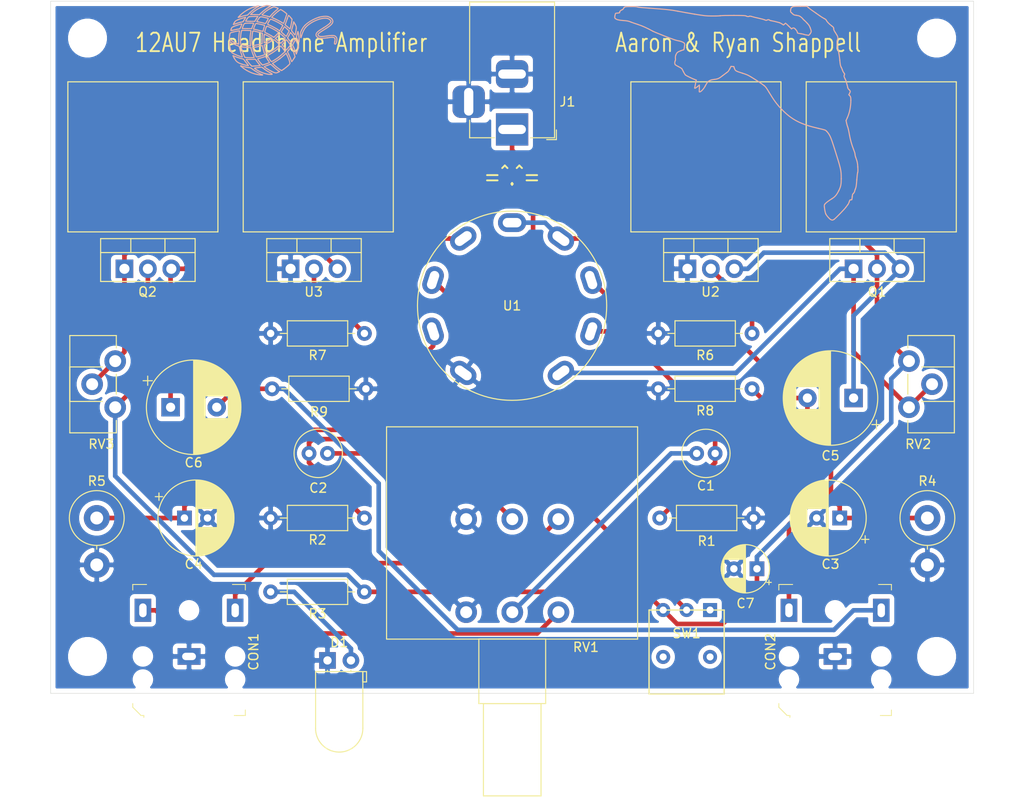
<source format=kicad_pcb>
(kicad_pcb (version 20171130) (host pcbnew "(5.1.0)-1")
  (layers (0 F.Cu signal) (31 B.Cu signal) (34 B.Paste user) (35 F.Paste user) (36 B.SilkS user) (37 F.SilkS user) (38 B.Mask user) (39 F.Mask user) (44 Edge.Cuts user))
  (net 0 "")
  (net 1 "Net-(C1-Pad2)")
  (net 2 "Net-(C1-Pad1)")
  (net 3 "Net-(C2-Pad2)")
  (net 4 "Net-(C2-Pad1)")
  (net 5 GND)
  (net 6 "Net-(C3-Pad1)")
  (net 7 "Net-(C4-Pad1)")
  (net 8 "Net-(C5-Pad2)")
  (net 9 "Net-(C5-Pad1)")
  (net 10 "Net-(C6-Pad2)")
  (net 11 "Net-(C6-Pad1)")
  (net 12 "Net-(D1-Pad2)")
  (net 13 +12V)
  (net 14 "Net-(Q1-Pad1)")
  (net 15 "Net-(Q2-Pad1)")
  (net 16 "Net-(R6-Pad1)")
  (net 17 "Net-(R7-Pad1)")
  (net 18 "Net-(CON1-Pad2)")
  (net 19 "Net-(CON1-Pad3)")
  (net 20 "Net-(J1-Pad1)")
  (net 21 "Net-(SW1-Pad1)")
  (module Resistor_THT:R_Axial_DIN0614_L14.3mm_D5.7mm_P5.08mm_Vertical (layer F.Cu) (at 195 131 270)
    (fp_text reference R4 (at -4 0) (layer F.SilkS))
    (fp_text value 150Ω)
    (pad 2 thru_hole oval (at 5.08 0 270) (size 2.8 2.8) (drill 1.4) (layers *.Cu *.Mask) (net 5 GND))
    (pad 1 thru_hole circle (at 0 0 270) (size 2.8 2.8) (drill 1.4) (layers *.Cu *.Mask) (net 6 "Net-(C3-Pad1)"))
  )
  (module Heatsink:Heatsink (layer F.Cu) (at 110 100)
    (fp_text reference REF** hide)
    (fp_text value Heatsink)
  )
  (module Heatsink:Heatsink (layer F.Cu) (at 129 100)
    (fp_text reference REF** hide)
    (fp_text value Heatsink)
  )
  (module Heatsink:Heatsink (layer F.Cu) (at 190 100)
    (fp_text reference REF** hide)
    (fp_text value Heatsink)
  )
  (module Heatsink:Heatsink (layer F.Cu) (at 171 100)
    (fp_text reference REF** hide)
    (fp_text value Heatsink)
  )
  (module MountingHole:MountingHole_3.2mm_M3 (layer F.Cu) (at 196 79)
    (fp_text reference REF** hide)
    (fp_text value MountingHole_3.2mm_M3)
    (pad 1 np_thru_hole circle (at 0 0) (size 3.2 3.2) (drill 3.2) (layers *.Cu *.Mask))
  )
  (module MountingHole:MountingHole_3.2mm_M3 (layer F.Cu) (at 104 79)
    (fp_text reference REF** hide)
    (fp_text value MountingHole_3.2mm_M3)
    (pad 1 np_thru_hole circle (at 0 0) (size 3.2 3.2) (drill 3.2) (layers *.Cu *.Mask))
  )
  (module MountingHole:MountingHole_3.2mm_M3 (layer F.Cu) (at 104 146)
    (fp_text reference REF** hide)
    (fp_text value MountingHole_3.2mm_M3)
    (pad 1 np_thru_hole circle (at 0 0) (size 3.2 3.2) (drill 3.2) (layers *.Cu *.Mask))
  )
  (module MountingHole:MountingHole_3.2mm_M3 (layer F.Cu) (at 196 146)
    (fp_text reference REF** hide)
    (fp_text value MountingHole_3.2mm_M3)
    (pad 1 np_thru_hole circle (at 0 0) (size 3.2 3.2) (drill 3.2) (layers *.Cu *.Mask))
  )
  (module Switch_200MSP1T1B2M6QE:Switch_SPDT (layer F.Cu) (at 168.91 140.97)
    (fp_text reference SW1 (at 0 2.54) (layer F.SilkS))
    (fp_text value SW_SPDT)
    (pad 4 thru_hole circle (at 2.54 5.08) (size 1.524 1.524) (drill 0.762) (layers *.Cu *.Mask))
    (pad 4 thru_hole circle (at -2.54 5.08) (size 1.524 1.524) (drill 0.762) (layers *.Cu *.Mask))
    (pad 3 thru_hole circle (at -2.54 0) (size 1.524 1.524) (drill 0.762) (layers *.Cu *.Mask) (net 13 +12V))
    (pad 2 thru_hole circle (at 0 0) (size 1.524 1.524) (drill 0.762) (layers *.Cu *.Mask) (net 20 "Net-(J1-Pad1)"))
    (pad 1 thru_hole rect (at 2.54 0) (size 1.524 1.524) (drill 0.762) (layers *.Cu *.Mask) (net 21 "Net-(SW1-Pad1)"))
  )
  (module Capacitor_THT:CP_Radial_D5.0mm_P2.50mm (layer F.Cu) (at 176.53 136.5 180)
    (fp_text reference C7 (at 1.25 -3.75 180) (layer F.SilkS))
    (fp_text value 10uF)
    (pad 2 thru_hole circle (at 2.5 0 180) (size 1.6 1.6) (drill 0.8) (layers *.Cu *.Mask) (net 5 GND))
    (pad 1 thru_hole rect (at 0 0 180) (size 1.6 1.6) (drill 0.8) (layers *.Cu *.Mask) (net 13 +12V))
  )
  (module Alps_100KAX2:Alps_100KAX2 (layer F.Cu) (at 145 134.62 270)
    (fp_text reference RV1 (at 10.38 -13) (layer F.SilkS))
    (fp_text value 100kΩ)
    (pad 4 thru_hole circle (at -3.49628 -0.0254 270) (size 2.34 2.34) (drill 1.3) (layers *.Cu *.Mask) (net 5 GND))
    (pad 5 thru_hole circle (at -3.49628 -5.0254 270) (size 2.34 2.34) (drill 1.3) (layers *.Cu *.Mask) (net 4 "Net-(C2-Pad1)"))
    (pad 6 thru_hole circle (at -3.49628 -10.0254 270) (size 2.34 2.34) (drill 1.3) (layers *.Cu *.Mask) (net 18 "Net-(CON1-Pad2)"))
    (pad 1 thru_hole circle (at 6.58372 -0.0254 270) (size 2.34 2.34) (drill 1.3) (layers *.Cu *.Mask) (net 5 GND))
    (pad 2 thru_hole circle (at 6.58372 -5.0254 270) (size 2.34 2.34) (drill 1.3) (layers *.Cu *.Mask) (net 2 "Net-(C1-Pad1)"))
    (pad 3 thru_hole circle (at 6.58372 -10.0254 270) (size 2.34 2.34) (drill 1.3) (layers *.Cu *.Mask) (net 19 "Net-(CON1-Pad3)"))
  )
  (module digikey-footprints:Headphone_Jack_3.5mm_SJ1-3523N (layer F.Cu) (at 185 141 90)
    (fp_text reference CON2 (at -4.5 -7 90) (layer F.SilkS))
    (fp_text value AudioOut)
    (pad "" np_thru_hole circle (at -7.5 5 90) (size 1.2 1.2) (drill 1.2) (layers *.Cu *.Mask))
    (pad "" np_thru_hole circle (at -5 5 90) (size 1.2 1.2) (drill 1.2) (layers *.Cu *.Mask))
    (pad "" np_thru_hole circle (at -7.5 -5 90) (size 1.2 1.2) (drill 1.2) (layers *.Cu *.Mask))
    (pad "" np_thru_hole circle (at -5 -5 90) (size 1.2 1.2) (drill 1.2) (layers *.Cu *.Mask))
    (pad "" np_thru_hole circle (at 0 0 90) (size 1.2 1.2) (drill 1.2) (layers *.Cu *.Mask))
    (pad 1 thru_hole rect (at -5 0 90) (size 1.8 2.5) (drill oval 0.8 1.5) (layers *.Cu *.Mask) (net 5 GND))
    (pad 2 thru_hole rect (at 0 5 90) (size 2.5 1.8) (drill oval 1.5 0.8) (layers *.Cu *.Mask) (net 10 "Net-(C6-Pad2)"))
    (pad 3 thru_hole rect (at 0 -5 90) (size 2.5 1.8) (drill oval 1.5 0.8) (layers *.Cu *.Mask) (net 8 "Net-(C5-Pad2)"))
  )
  (module digikey-footprints:Headphone_Jack_3.5mm_SJ1-3523N (layer F.Cu) (at 115 141 90)
    (fp_text reference CON1 (at -4.5 7 90) (layer F.SilkS))
    (fp_text value AudioIn)
    (pad "" np_thru_hole circle (at -7.5 5 90) (size 1.2 1.2) (drill 1.2) (layers *.Cu *.Mask))
    (pad "" np_thru_hole circle (at -5 5 90) (size 1.2 1.2) (drill 1.2) (layers *.Cu *.Mask))
    (pad "" np_thru_hole circle (at -7.5 -5 90) (size 1.2 1.2) (drill 1.2) (layers *.Cu *.Mask))
    (pad "" np_thru_hole circle (at -5 -5 90) (size 1.2 1.2) (drill 1.2) (layers *.Cu *.Mask))
    (pad "" np_thru_hole circle (at 0 0 90) (size 1.2 1.2) (drill 1.2) (layers *.Cu *.Mask))
    (pad 1 thru_hole rect (at -5 0 90) (size 1.8 2.5) (drill oval 0.8 1.5) (layers *.Cu *.Mask) (net 5 GND))
    (pad 2 thru_hole rect (at 0 5 90) (size 2.5 1.8) (drill oval 1.5 0.8) (layers *.Cu *.Mask) (net 18 "Net-(CON1-Pad2)"))
    (pad 3 thru_hole rect (at 0 -5 90) (size 2.5 1.8) (drill oval 1.5 0.8) (layers *.Cu *.Mask) (net 19 "Net-(CON1-Pad3)"))
  )
  (module 12AU7:12AU7 (layer F.Cu) (at 150 108)
    (fp_text reference U1 (at 0 0) (layer F.SilkS))
    (fp_text value 12AU7)
    (pad 1 thru_hole oval (at 5.29 7.28 306) (size 2.03 3.05) (drill oval 1.02 2.03) (layers *.Cu *.Mask) (net 14 "Net-(Q1-Pad1)"))
    (pad 2 thru_hole oval (at 8.56 2.78 342) (size 2.03 3.05) (drill oval 1.02 2.03) (layers *.Cu *.Mask) (net 1 "Net-(C1-Pad2)"))
    (pad 3 thru_hole oval (at 8.56 -2.78 18) (size 2.03 3.05) (drill oval 1.02 2.03) (layers *.Cu *.Mask) (net 6 "Net-(C3-Pad1)"))
    (pad 4 thru_hole oval (at 5.29 -7.28 54) (size 2.03 3.05) (drill oval 1.02 2.03) (layers *.Cu *.Mask) (net 13 +12V))
    (pad 5 thru_hole oval (at 0 -9 90) (size 2.03 3.05) (drill oval 1.02 2.03) (layers *.Cu *.Mask) (net 13 +12V))
    (pad 6 thru_hole oval (at -5.29 -7.28 306) (size 2.03 3.05) (drill oval 1.02 2.03) (layers *.Cu *.Mask) (net 15 "Net-(Q2-Pad1)"))
    (pad 7 thru_hole oval (at -8.56 -2.78 342) (size 2.03 3.05) (drill oval 1.02 2.03) (layers *.Cu *.Mask) (net 3 "Net-(C2-Pad2)"))
    (pad 8 thru_hole oval (at -8.56 2.78 18) (size 2.03 3.05) (drill oval 1.02 2.03) (layers *.Cu *.Mask) (net 7 "Net-(C4-Pad1)"))
    (pad 9 thru_hole oval (at -5.29 7.28 54) (size 2.03 3.05) (drill oval 1.02 2.03) (layers *.Cu *.Mask) (net 5 GND))
  )
  (module Package_TO_SOT_THT:TO-220-3_Vertical (layer F.Cu) (at 126 104)
    (fp_text reference U3 (at 2.5 2.5) (layer F.SilkS))
    (fp_text value LM317)
    (pad 3 thru_hole oval (at 5.08 0) (size 1.905 2) (drill 1.1) (layers *.Cu *.Mask) (net 11 "Net-(C6-Pad1)"))
    (pad 2 thru_hole oval (at 2.54 0) (size 1.905 2) (drill 1.1) (layers *.Cu *.Mask) (net 17 "Net-(R7-Pad1)"))
    (pad 1 thru_hole rect (at 0 0) (size 1.905 2) (drill 1.1) (layers *.Cu *.Mask) (net 5 GND))
  )
  (module Package_TO_SOT_THT:TO-220-3_Vertical (layer F.Cu) (at 169 104)
    (fp_text reference U2 (at 2.5 2.5) (layer F.SilkS))
    (fp_text value LM317)
    (pad 3 thru_hole oval (at 5.08 0) (size 1.905 2) (drill 1.1) (layers *.Cu *.Mask) (net 9 "Net-(C5-Pad1)"))
    (pad 2 thru_hole oval (at 2.54 0) (size 1.905 2) (drill 1.1) (layers *.Cu *.Mask) (net 16 "Net-(R6-Pad1)"))
    (pad 1 thru_hole rect (at 0 0) (size 1.905 2) (drill 1.1) (layers *.Cu *.Mask) (net 5 GND))
  )
  (module Potentiometer_THT:Potentiometer_Piher_PT-10-H01_Horizontal (layer F.Cu) (at 107 119 180)
    (fp_text reference RV3 (at 1.5 -4 180) (layer F.SilkS))
    (fp_text value 10kΩ)
    (pad 1 thru_hole circle (at 0 0 180) (size 2.34 2.34) (drill 1.3) (layers *.Cu *.Mask) (net 13 +12V))
    (pad 2 thru_hole circle (at 2.5 2.5 180) (size 2.34 2.34) (drill 1.3) (layers *.Cu *.Mask) (net 15 "Net-(Q2-Pad1)"))
    (pad 3 thru_hole circle (at 0 5 180) (size 2.34 2.34) (drill 1.3) (layers *.Cu *.Mask) (net 15 "Net-(Q2-Pad1)"))
  )
  (module Potentiometer_THT:Potentiometer_Piher_PT-10-H01_Horizontal (layer F.Cu) (at 193 114)
    (fp_text reference RV2 (at 1 9) (layer F.SilkS))
    (fp_text value 10kΩ)
    (pad 1 thru_hole circle (at 0 0) (size 2.34 2.34) (drill 1.3) (layers *.Cu *.Mask) (net 13 +12V))
    (pad 2 thru_hole circle (at 2.5 2.5) (size 2.34 2.34) (drill 1.3) (layers *.Cu *.Mask) (net 14 "Net-(Q1-Pad1)"))
    (pad 3 thru_hole circle (at 0 5) (size 2.34 2.34) (drill 1.3) (layers *.Cu *.Mask) (net 14 "Net-(Q1-Pad1)"))
  )
  (module Resistor_THT:R_Axial_DIN0207_L6.3mm_D2.5mm_P10.16mm_Horizontal (layer F.Cu) (at 124 117)
    (fp_text reference R9 (at 5.08 2.5) (layer F.SilkS))
    (fp_text value 1kΩ)
    (pad 2 thru_hole oval (at 10.16 0) (size 1.6 1.6) (drill 0.8) (layers *.Cu *.Mask) (net 5 GND))
    (pad 1 thru_hole circle (at 0 0) (size 1.6 1.6) (drill 0.8) (layers *.Cu *.Mask) (net 10 "Net-(C6-Pad2)"))
  )
  (module Resistor_THT:R_Axial_DIN0207_L6.3mm_D2.5mm_P10.16mm_Horizontal (layer F.Cu) (at 176 117 180)
    (fp_text reference R8 (at 5.08 -2.37 180) (layer F.SilkS))
    (fp_text value 1kΩ)
    (pad 2 thru_hole oval (at 10.16 0 180) (size 1.6 1.6) (drill 0.8) (layers *.Cu *.Mask) (net 5 GND))
    (pad 1 thru_hole circle (at 0 0 180) (size 1.6 1.6) (drill 0.8) (layers *.Cu *.Mask) (net 8 "Net-(C5-Pad2)"))
  )
  (module Resistor_THT:R_Axial_DIN0207_L6.3mm_D2.5mm_P10.16mm_Horizontal (layer F.Cu) (at 134 111 180)
    (fp_text reference R7 (at 5.08 -2.37 180) (layer F.SilkS))
    (fp_text value 10Ω)
    (pad 2 thru_hole oval (at 10.16 0 180) (size 1.6 1.6) (drill 0.8) (layers *.Cu *.Mask) (net 5 GND))
    (pad 1 thru_hole circle (at 0 0 180) (size 1.6 1.6) (drill 0.8) (layers *.Cu *.Mask) (net 17 "Net-(R7-Pad1)"))
  )
  (module Resistor_THT:R_Axial_DIN0207_L6.3mm_D2.5mm_P10.16mm_Horizontal (layer F.Cu) (at 176 111 180)
    (fp_text reference R6 (at 5.08 -2.37 180) (layer F.SilkS))
    (fp_text value 10Ω)
    (pad 2 thru_hole oval (at 10.16 0 180) (size 1.6 1.6) (drill 0.8) (layers *.Cu *.Mask) (net 5 GND))
    (pad 1 thru_hole circle (at 0 0 180) (size 1.6 1.6) (drill 0.8) (layers *.Cu *.Mask) (net 16 "Net-(R6-Pad1)"))
  )
  (module Resistor_THT:R_Axial_DIN0614_L14.3mm_D5.7mm_P5.08mm_Vertical (layer F.Cu) (at 105 131 270)
    (fp_text reference R5 (at -4 0) (layer F.SilkS))
    (fp_text value 150Ω)
    (pad 2 thru_hole oval (at 5.08 0 270) (size 2.8 2.8) (drill 1.4) (layers *.Cu *.Mask) (net 5 GND))
    (pad 1 thru_hole circle (at 0 0 270) (size 2.8 2.8) (drill 1.4) (layers *.Cu *.Mask) (net 7 "Net-(C4-Pad1)"))
  )
  (module Resistor_THT:R_Axial_DIN0207_L6.3mm_D2.5mm_P10.16mm_Horizontal (layer F.Cu) (at 134 131 180)
    (fp_text reference R2 (at 5.08 -2.37 180) (layer F.SilkS))
    (fp_text value 100kΩ)
    (pad 2 thru_hole oval (at 10.16 0 180) (size 1.6 1.6) (drill 0.8) (layers *.Cu *.Mask) (net 5 GND))
    (pad 1 thru_hole circle (at 0 0 180) (size 1.6 1.6) (drill 0.8) (layers *.Cu *.Mask) (net 3 "Net-(C2-Pad2)"))
  )
  (module Resistor_THT:R_Axial_DIN0207_L6.3mm_D2.5mm_P10.16mm_Horizontal (layer F.Cu) (at 166 131)
    (fp_text reference R1 (at 5.08 2.5) (layer F.SilkS))
    (fp_text value 100kΩ)
    (pad 2 thru_hole oval (at 10.16 0) (size 1.6 1.6) (drill 0.8) (layers *.Cu *.Mask) (net 5 GND))
    (pad 1 thru_hole circle (at 0 0) (size 1.6 1.6) (drill 0.8) (layers *.Cu *.Mask) (net 1 "Net-(C1-Pad2)"))
  )
  (module Resistor_THT:R_Axial_DIN0207_L6.3mm_D2.5mm_P10.16mm_Horizontal (layer F.Cu) (at 134 139 180)
    (fp_text reference R3 (at 5.08 -2.37 180) (layer F.SilkS))
    (fp_text value 800Ω)
    (pad 1 thru_hole circle (at 0 0 180) (size 1.6 1.6) (drill 0.8) (layers *.Cu *.Mask) (net 13 +12V))
    (pad 2 thru_hole oval (at 10.16 0 180) (size 1.6 1.6) (drill 0.8) (layers *.Cu *.Mask) (net 12 "Net-(D1-Pad2)"))
  )
  (module Package_TO_SOT_THT:TO-220-3_Vertical (layer F.Cu) (at 108 104)
    (fp_text reference Q2 (at 2.5 2.5) (layer F.SilkS))
    (fp_text value IRF510)
    (pad 3 thru_hole oval (at 5.08 0) (size 1.905 2) (drill 1.1) (layers *.Cu *.Mask) (net 11 "Net-(C6-Pad1)"))
    (pad 2 thru_hole oval (at 2.54 0) (size 1.905 2) (drill 1.1) (layers *.Cu *.Mask) (net 13 +12V))
    (pad 1 thru_hole rect (at 0 0) (size 1.905 2) (drill 1.1) (layers *.Cu *.Mask) (net 15 "Net-(Q2-Pad1)"))
  )
  (module Package_TO_SOT_THT:TO-220-3_Vertical (layer F.Cu) (at 187 104)
    (fp_text reference Q1 (at 2.54 2.5) (layer F.SilkS))
    (fp_text value IRF510)
    (pad 3 thru_hole oval (at 5.08 0) (size 1.905 2) (drill 1.1) (layers *.Cu *.Mask) (net 9 "Net-(C5-Pad1)"))
    (pad 2 thru_hole oval (at 2.54 0) (size 1.905 2) (drill 1.1) (layers *.Cu *.Mask) (net 13 +12V))
    (pad 1 thru_hole rect (at 0 0) (size 1.905 2) (drill 1.1) (layers *.Cu *.Mask) (net 14 "Net-(Q1-Pad1)"))
  )
  (module Connector_BarrelJack:BarrelJack_Horizontal (layer F.Cu) (at 150 88.9 270)
    (fp_text reference J1 (at -3 -6 180) (layer F.SilkS))
    (fp_text value Barrel_Jack)
    (pad 3 thru_hole roundrect (at -3 4.7 270) (size 3.5 3.5) (drill oval 3 1) (layers *.Cu *.Mask) (net 5 GND))
    (pad 2 thru_hole roundrect (at -6 0 270) (size 3 3.5) (drill oval 1 3) (layers *.Cu *.Mask) (net 5 GND))
    (pad 1 thru_hole rect (at 0 0 270) (size 3.5 3.5) (drill oval 1 3) (layers *.Cu *.Mask) (net 20 "Net-(J1-Pad1)"))
  )
  (module LED_THT:LED_D5.0mm_Horizontal_O1.27mm_Z3.0mm (layer F.Cu) (at 130 146.43)
    (fp_text reference D1 (at 1.27 -1.96) (layer F.SilkS))
    (fp_text value LED)
    (pad 2 thru_hole circle (at 2.54 0) (size 1.8 1.8) (drill 0.9) (layers *.Cu *.Mask) (net 12 "Net-(D1-Pad2)"))
    (pad 1 thru_hole rect (at 0 0) (size 1.8 1.8) (drill 0.9) (layers *.Cu *.Mask) (net 5 GND))
  )
  (module Capacitor_THT:CP_Radial_D10.0mm_P5.00mm (layer F.Cu) (at 113 119)
    (fp_text reference C6 (at 2.5 6) (layer F.SilkS))
    (fp_text value 470uF)
    (pad 2 thru_hole circle (at 5 0) (size 2 2) (drill 1) (layers *.Cu *.Mask) (net 10 "Net-(C6-Pad2)"))
    (pad 1 thru_hole rect (at 0 0) (size 2 2) (drill 1) (layers *.Cu *.Mask) (net 11 "Net-(C6-Pad1)"))
  )
  (module Capacitor_THT:CP_Radial_D10.0mm_P5.00mm (layer F.Cu) (at 187 118 180)
    (fp_text reference C5 (at 2.5 -6.25 180) (layer F.SilkS))
    (fp_text value 470uF)
    (pad 2 thru_hole circle (at 5 0 180) (size 2 2) (drill 1) (layers *.Cu *.Mask) (net 8 "Net-(C5-Pad2)"))
    (pad 1 thru_hole rect (at 0 0 180) (size 2 2) (drill 1) (layers *.Cu *.Mask) (net 9 "Net-(C5-Pad1)"))
  )
  (module Capacitor_THT:CP_Radial_D8.0mm_P2.50mm (layer F.Cu) (at 114.5 131)
    (fp_text reference C4 (at 1 5 180) (layer F.SilkS))
    (fp_text value 100uF)
    (pad 2 thru_hole circle (at 2.5 0) (size 1.6 1.6) (drill 0.8) (layers *.Cu *.Mask) (net 5 GND))
    (pad 1 thru_hole rect (at 0 0) (size 1.6 1.6) (drill 0.8) (layers *.Cu *.Mask) (net 7 "Net-(C4-Pad1)"))
  )
  (module Capacitor_THT:CP_Radial_D8.0mm_P2.50mm (layer F.Cu) (at 185.5 131 180)
    (fp_text reference C3 (at 1 -5) (layer F.SilkS))
    (fp_text value 100uF)
    (pad 2 thru_hole circle (at 2.5 0 180) (size 1.6 1.6) (drill 0.8) (layers *.Cu *.Mask) (net 5 GND))
    (pad 1 thru_hole rect (at 0 0 180) (size 1.6 1.6) (drill 0.8) (layers *.Cu *.Mask) (net 6 "Net-(C3-Pad1)"))
  )
  (module Capacitor_THT:C_Radial_D5.0mm_H11.0mm_P2.00mm (layer F.Cu) (at 130 124 180)
    (fp_text reference C2 (at 1 -3.75 180) (layer F.SilkS))
    (fp_text value 2.2uF)
    (pad 2 thru_hole circle (at 2 0 180) (size 1.6 1.6) (drill 0.8) (layers *.Cu *.Mask) (net 3 "Net-(C2-Pad2)"))
    (pad 1 thru_hole circle (at 0 0 180) (size 1.6 1.6) (drill 0.8) (layers *.Cu *.Mask) (net 4 "Net-(C2-Pad1)"))
  )
  (module Capacitor_THT:C_Radial_D5.0mm_H11.0mm_P2.00mm (layer F.Cu) (at 170 124)
    (fp_text reference C1 (at 1 3.5) (layer F.SilkS))
    (fp_text value 2.2uF)
    (pad 2 thru_hole circle (at 2 0) (size 1.6 1.6) (drill 0.8) (layers *.Cu *.Mask) (net 1 "Net-(C1-Pad2)"))
    (pad 1 thru_hole circle (at 0 0) (size 1.6 1.6) (drill 0.8) (layers *.Cu *.Mask) (net 2 "Net-(C1-Pad1)"))
  )
  (gr_curve (pts (xy 124.929 78.048) (xy 124.986 77.955) (xy 125.061 77.82) (xy 125.097 77.748)) (layer B.SilkS) (width 0.12))
  (gr_curve (pts (xy 126.489 78.651) (xy 126.519 78.6) (xy 126.597 78.195) (xy 126.618 77.994)) (layer B.SilkS) (width 0.12))
  (gr_line (start 121.281 77.973) (end 121.785 77.979) (layer B.SilkS) (width 0.12))
  (gr_curve (pts (xy 121.098 77.403) (xy 120.99 77.421) (xy 120.975 77.433) (xy 120.894 77.613)) (layer B.SilkS) (width 0.12))
  (gr_curve (pts (xy 119.808 77.76) (xy 119.646 77.838) (xy 119.625 77.859) (xy 119.577 77.997)) (layer B.SilkS) (width 0.12))
  (gr_line (start 120.792 77.886) (end 120.777 77.967) (layer B.SilkS) (width 0.12))
  (gr_curve (pts (xy 121.116 76.752) (xy 121.101 76.752) (xy 120.966 76.788) (xy 120.822 76.83)) (layer B.SilkS) (width 0.12))
  (gr_curve (pts (xy 120.243 77.592) (xy 120.102 77.637) (xy 119.904 77.715) (xy 119.808 77.76)) (layer B.SilkS) (width 0.12))
  (gr_line (start 124.581 78.06) (end 124.827 78.219) (layer B.SilkS) (width 0.12))
  (gr_curve (pts (xy 122.4 77.433) (xy 122.235 77.406) (xy 122.229 77.409) (xy 122.148 77.589)) (layer B.SilkS) (width 0.12))
  (gr_line (start 124.827 78.219) (end 124.929 78.048) (layer B.SilkS) (width 0.12))
  (gr_line (start 125.097 77.748) (end 125.16 77.622) (layer B.SilkS) (width 0.12))
  (gr_curve (pts (xy 122.619 78.18) (xy 122.817 78.237) (xy 122.988 78.276) (xy 123.003 78.264)) (layer B.SilkS) (width 0.12))
  (gr_curve (pts (xy 120.894 77.613) (xy 120.846 77.718) (xy 120.801 77.841) (xy 120.792 77.886)) (layer B.SilkS) (width 0.12))
  (gr_curve (pts (xy 126.129 78.225) (xy 126.324 78.489) (xy 126.477 78.669) (xy 126.489 78.651)) (layer B.SilkS) (width 0.12))
  (gr_line (start 120.822 76.83) (end 120.822 76.83) (layer B.SilkS) (width 0.12))
  (gr_line (start 120.855 77.229) (end 120.936 77.088) (layer B.SilkS) (width 0.12))
  (gr_line (start 125.16 77.622) (end 124.959 77.49) (layer B.SilkS) (width 0.12))
  (gr_curve (pts (xy 120.168 78.057) (xy 120.333 78.03) (xy 120.483 77.997) (xy 120.507 77.985)) (layer B.SilkS) (width 0.12))
  (gr_curve (pts (xy 119.697 78.162) (xy 119.793 78.135) (xy 120.006 78.087) (xy 120.168 78.057)) (layer B.SilkS) (width 0.12))
  (gr_line (start 121.098 77.403) (end 121.098 77.403) (layer B.SilkS) (width 0.12))
  (gr_curve (pts (xy 121.878 77.733) (xy 121.929 77.598) (xy 121.98 77.463) (xy 121.995 77.433)) (layer B.SilkS) (width 0.12))
  (gr_curve (pts (xy 126.162 77.952) (xy 126.105 78.132) (xy 126.099 78.186) (xy 126.129 78.225)) (layer B.SilkS) (width 0.12))
  (gr_curve (pts (xy 126.285 77.487) (xy 126.258 77.619) (xy 126.201 77.829) (xy 126.162 77.952)) (layer B.SilkS) (width 0.12))
  (gr_curve (pts (xy 123.03 78.198) (xy 123.03 78.171) (xy 123.069 78.033) (xy 123.117 77.892)) (layer B.SilkS) (width 0.12))
  (gr_line (start 120.777 77.967) (end 121.281 77.973) (layer B.SilkS) (width 0.12))
  (gr_curve (pts (xy 126.618 77.994) (xy 126.636 77.781) (xy 126.636 77.778) (xy 126.495 77.505)) (layer B.SilkS) (width 0.12))
  (gr_curve (pts (xy 121.98 78.027) (xy 121.98 78.033) (xy 122.043 78.045) (xy 122.121 78.057)) (layer B.SilkS) (width 0.12))
  (gr_curve (pts (xy 119.577 77.997) (xy 119.499 78.222) (xy 119.499 78.222) (xy 119.697 78.162)) (layer B.SilkS) (width 0.12))
  (gr_curve (pts (xy 121.617 77.382) (xy 121.395 77.382) (xy 121.164 77.391) (xy 121.098 77.403)) (layer B.SilkS) (width 0.12))
  (gr_curve (pts (xy 121.995 77.433) (xy 122.016 77.385) (xy 121.986 77.382) (xy 121.617 77.382)) (layer B.SilkS) (width 0.12))
  (gr_curve (pts (xy 123.174 77.619) (xy 123.141 77.598) (xy 122.538 77.454) (xy 122.4 77.433)) (layer B.SilkS) (width 0.12))
  (gr_curve (pts (xy 123.117 77.892) (xy 123.174 77.727) (xy 123.192 77.631) (xy 123.174 77.619)) (layer B.SilkS) (width 0.12))
  (gr_curve (pts (xy 123.003 78.264) (xy 123.018 78.255) (xy 123.03 78.225) (xy 123.03 78.198)) (layer B.SilkS) (width 0.12))
  (gr_curve (pts (xy 122.121 78.057) (xy 122.202 78.069) (xy 122.424 78.123) (xy 122.619 78.18)) (layer B.SilkS) (width 0.12))
  (gr_line (start 121.785 77.979) (end 121.878 77.733) (layer B.SilkS) (width 0.12))
  (gr_curve (pts (xy 126.342 77.238) (xy 126.339 77.244) (xy 126.312 77.355) (xy 126.285 77.487)) (layer B.SilkS) (width 0.12))
  (gr_curve (pts (xy 123.621 77.562) (xy 123.807 77.622) (xy 124.314 77.886) (xy 124.581 78.06)) (layer B.SilkS) (width 0.12))
  (gr_line (start 126.285 77.487) (end 126.285 77.487) (layer B.SilkS) (width 0.12))
  (gr_line (start 123.663 77.184) (end 123.663 77.184) (layer B.SilkS) (width 0.12))
  (gr_curve (pts (xy 123.852 76.965) (xy 123.807 76.962) (xy 123.759 77.016) (xy 123.663 77.184)) (layer B.SilkS) (width 0.12))
  (gr_curve (pts (xy 123.663 77.184) (xy 123.483 77.499) (xy 123.48 77.517) (xy 123.621 77.562)) (layer B.SilkS) (width 0.12))
  (gr_curve (pts (xy 124.959 77.49) (xy 124.611 77.265) (xy 123.99 76.971) (xy 123.852 76.965)) (layer B.SilkS) (width 0.12))
  (gr_curve (pts (xy 122.148 77.589) (xy 122.082 77.739) (xy 121.98 78.003) (xy 121.98 78.027)) (layer B.SilkS) (width 0.12))
  (gr_curve (pts (xy 126.495 77.505) (xy 126.417 77.352) (xy 126.348 77.235) (xy 126.342 77.238)) (layer B.SilkS) (width 0.12))
  (gr_line (start 120.57 77.292) (end 120.855 77.229) (layer B.SilkS) (width 0.12))
  (gr_curve (pts (xy 130.47 78.72) (xy 130.329 78.72) (xy 130.074 78.744) (xy 129.9 78.777)) (layer B.SilkS) (width 0.12))
  (gr_curve (pts (xy 129.588 77.877) (xy 128.922 78.282) (xy 128.76 78.432) (xy 128.76 78.657)) (layer B.SilkS) (width 0.12))
  (gr_curve (pts (xy 127.641 77.832) (xy 128.193 77.214) (xy 129.387 76.728) (xy 129.987 76.872)) (layer B.SilkS) (width 0.12))
  (gr_line (start 129.105 76.737) (end 129.105 76.737) (layer B.SilkS) (width 0.12))
  (gr_line (start 122.118 77.187) (end 122.289 76.923) (layer B.SilkS) (width 0.12))
  (gr_line (start 122.649 76.758) (end 122.649 76.758) (layer B.SilkS) (width 0.12))
  (gr_curve (pts (xy 129.9 78.777) (xy 129.453 78.855) (xy 129.177 78.852) (xy 129.069 78.774)) (layer B.SilkS) (width 0.12))
  (gr_curve (pts (xy 119.805 77.526) (xy 119.811 77.532) (xy 119.922 77.499) (xy 120.051 77.448)) (layer B.SilkS) (width 0.12))
  (gr_curve (pts (xy 122.34 77.211) (xy 122.34 77.217) (xy 122.403 77.232) (xy 122.481 77.244)) (layer B.SilkS) (width 0.12))
  (gr_line (start 122.289 76.923) (end 122.457 76.662) (layer B.SilkS) (width 0.12))
  (gr_curve (pts (xy 130.785 79.629) (xy 130.86 79.704) (xy 130.929 79.635) (xy 130.986 79.419)) (layer B.SilkS) (width 0.12))
  (gr_curve (pts (xy 130.5 78.912) (xy 130.791 78.912) (xy 130.872 79.044) (xy 130.788 79.38)) (layer B.SilkS) (width 0.12))
  (gr_curve (pts (xy 121.08 76.848) (xy 121.116 76.797) (xy 121.134 76.752) (xy 121.116 76.752)) (layer B.SilkS) (width 0.12))
  (gr_curve (pts (xy 120.936 77.088) (xy 120.981 77.01) (xy 121.047 76.902) (xy 121.08 76.848)) (layer B.SilkS) (width 0.12))
  (gr_curve (pts (xy 120.051 77.448) (xy 120.18 77.4) (xy 120.414 77.328) (xy 120.57 77.292)) (layer B.SilkS) (width 0.12))
  (gr_curve (pts (xy 120.282 77.025) (xy 120.018 77.142) (xy 120.003 77.154) (xy 119.901 77.331)) (layer B.SilkS) (width 0.12))
  (gr_curve (pts (xy 122.061 76.662) (xy 121.842 76.662) (xy 121.614 76.671) (xy 121.551 76.683)) (layer B.SilkS) (width 0.12))
  (gr_curve (pts (xy 120.822 76.83) (xy 120.675 76.872) (xy 120.432 76.959) (xy 120.282 77.025)) (layer B.SilkS) (width 0.12))
  (gr_line (start 121.551 76.683) (end 121.551 76.683) (layer B.SilkS) (width 0.12))
  (gr_curve (pts (xy 128.877 78.882) (xy 128.94 78.942) (xy 129.036 79.002) (xy 129.09 79.014)) (layer B.SilkS) (width 0.12))
  (gr_curve (pts (xy 130.368 77.223) (xy 130.335 77.361) (xy 130.056 77.595) (xy 129.588 77.877)) (layer B.SilkS) (width 0.12))
  (gr_curve (pts (xy 122.925 76.71) (xy 122.784 76.683) (xy 122.709 76.695) (xy 122.649 76.758)) (layer B.SilkS) (width 0.12))
  (gr_line (start 122.457 76.662) (end 122.061 76.662) (layer B.SilkS) (width 0.12))
  (gr_curve (pts (xy 127.194 78.744) (xy 127.284 78.396) (xy 127.461 78.033) (xy 127.641 77.832)) (layer B.SilkS) (width 0.12))
  (gr_curve (pts (xy 129.069 78.774) (xy 128.85 78.609) (xy 128.949 78.504) (xy 129.855 77.952)) (layer B.SilkS) (width 0.12))
  (gr_curve (pts (xy 129.09 79.014) (xy 129.267 79.047) (xy 129.609 79.032) (xy 129.99 78.972)) (layer B.SilkS) (width 0.12))
  (gr_curve (pts (xy 123.579 76.872) (xy 123.561 76.851) (xy 123.294 76.788) (xy 122.925 76.71)) (layer B.SilkS) (width 0.12))
  (gr_curve (pts (xy 122.481 77.244) (xy 122.613 77.262) (xy 123.147 77.388) (xy 123.24 77.424)) (layer B.SilkS) (width 0.12))
  (gr_curve (pts (xy 121.287 76.911) (xy 121.206 77.028) (xy 121.14 77.136) (xy 121.14 77.154)) (layer B.SilkS) (width 0.12))
  (gr_curve (pts (xy 121.551 76.683) (xy 121.449 76.698) (xy 121.416 76.728) (xy 121.287 76.911)) (layer B.SilkS) (width 0.12))
  (gr_line (start 125.643 76.905) (end 125.643 76.905) (layer B.SilkS) (width 0.12))
  (gr_curve (pts (xy 130.467 76.92) (xy 130.386 76.815) (xy 130.176 76.695) (xy 130.017 76.662)) (layer B.SilkS) (width 0.12))
  (gr_curve (pts (xy 129.987 76.872) (xy 130.203 76.923) (xy 130.395 77.103) (xy 130.368 77.223)) (layer B.SilkS) (width 0.12))
  (gr_curve (pts (xy 129.99 78.972) (xy 130.197 78.939) (xy 130.425 78.912) (xy 130.5 78.912)) (layer B.SilkS) (width 0.12))
  (gr_curve (pts (xy 119.901 77.331) (xy 119.841 77.43) (xy 119.796 77.52) (xy 119.805 77.526)) (layer B.SilkS) (width 0.12))
  (gr_line (start 121.629 77.187) (end 122.118 77.187) (layer B.SilkS) (width 0.12))
  (gr_curve (pts (xy 121.14 77.154) (xy 121.14 77.178) (xy 121.296 77.187) (xy 121.629 77.187)) (layer B.SilkS) (width 0.12))
  (gr_curve (pts (xy 130.986 79.419) (xy 131.067 79.119) (xy 131.013 78.897) (xy 130.833 78.786)) (layer B.SilkS) (width 0.12))
  (gr_curve (pts (xy 128.76 78.657) (xy 128.76 78.75) (xy 128.781 78.792) (xy 128.877 78.882)) (layer B.SilkS) (width 0.12))
  (gr_curve (pts (xy 130.788 79.38) (xy 130.74 79.563) (xy 130.74 79.587) (xy 130.785 79.629)) (layer B.SilkS) (width 0.12))
  (gr_curve (pts (xy 130.833 78.786) (xy 130.743 78.729) (xy 130.686 78.717) (xy 130.47 78.72)) (layer B.SilkS) (width 0.12))
  (gr_curve (pts (xy 129.855 77.952) (xy 130.554 77.526) (xy 130.722 77.241) (xy 130.467 76.92)) (layer B.SilkS) (width 0.12))
  (gr_curve (pts (xy 123.444 77.169) (xy 123.534 77.019) (xy 123.594 76.884) (xy 123.579 76.872)) (layer B.SilkS) (width 0.12))
  (gr_curve (pts (xy 123.24 77.424) (xy 123.273 77.439) (xy 123.33 77.367) (xy 123.444 77.169)) (layer B.SilkS) (width 0.12))
  (gr_curve (pts (xy 122.649 76.758) (xy 122.586 76.83) (xy 122.34 77.19) (xy 122.34 77.211)) (layer B.SilkS) (width 0.12))
  (gr_curve (pts (xy 130.017 76.662) (xy 129.804 76.617) (xy 129.402 76.65) (xy 129.105 76.737)) (layer B.SilkS) (width 0.12))
  (gr_curve (pts (xy 125.334 77.772) (xy 125.325 77.772) (xy 125.265 77.862) (xy 125.202 77.973)) (layer B.SilkS) (width 0.12))
  (gr_curve (pts (xy 125.256 78.579) (xy 125.469 78.777) (xy 125.532 78.822) (xy 125.553 78.789)) (layer B.SilkS) (width 0.12))
  (gr_curve (pts (xy 121.812 79.002) (xy 121.794 79.299) (xy 121.83 79.764) (xy 121.875 79.806)) (layer B.SilkS) (width 0.12))
  (gr_curve (pts (xy 121.908 78.273) (xy 121.866 78.417) (xy 121.827 78.717) (xy 121.812 79.002)) (layer B.SilkS) (width 0.12))
  (gr_line (start 120.267 79.617) (end 120.378 79.656) (layer B.SilkS) (width 0.12))
  (gr_curve (pts (xy 121.632 79.644) (xy 121.596 79.329) (xy 121.608 78.807) (xy 121.662 78.498)) (layer B.SilkS) (width 0.12))
  (gr_curve (pts (xy 121.662 78.498) (xy 121.689 78.348) (xy 121.71 78.216) (xy 121.71 78.21)) (layer B.SilkS) (width 0.12))
  (gr_curve (pts (xy 124.68 78.396) (xy 124.68 78.3) (xy 123.63 77.727) (xy 123.429 77.715)) (layer B.SilkS) (width 0.12))
  (gr_curve (pts (xy 120.72 77.478) (xy 120.72 77.454) (xy 120.504 77.505) (xy 120.243 77.592)) (layer B.SilkS) (width 0.12))
  (gr_line (start 120.378 79.656) (end 120.378 79.2) (layer B.SilkS) (width 0.12))
  (gr_curve (pts (xy 119.403 78.687) (xy 119.34 79.11) (xy 119.34 79.104) (xy 119.598 79.272)) (layer B.SilkS) (width 0.12))
  (gr_curve (pts (xy 119.811 78.339) (xy 119.421 78.444) (xy 119.442 78.429) (xy 119.403 78.687)) (layer B.SilkS) (width 0.12))
  (gr_curve (pts (xy 125.202 77.973) (xy 125.142 78.087) (xy 125.067 78.21) (xy 125.037 78.252)) (layer B.SilkS) (width 0.12))
  (gr_curve (pts (xy 120.579 79.311) (xy 120.588 79.521) (xy 120.6 79.704) (xy 120.612 79.713)) (layer B.SilkS) (width 0.12))
  (gr_line (start 124.986 78.33) (end 125.256 78.579) (layer B.SilkS) (width 0.12))
  (gr_curve (pts (xy 123.21 78.327) (xy 123.213 78.372) (xy 123.267 78.414) (xy 123.441 78.492)) (layer B.SilkS) (width 0.12))
  (gr_line (start 123.348 77.838) (end 123.348 77.838) (layer B.SilkS) (width 0.12))
  (gr_curve (pts (xy 120.507 77.985) (xy 120.537 77.97) (xy 120.72 77.538) (xy 120.72 77.478)) (layer B.SilkS) (width 0.12))
  (gr_curve (pts (xy 120.255 78.24) (xy 120.129 78.261) (xy 119.928 78.306) (xy 119.811 78.339)) (layer B.SilkS) (width 0.12))
  (gr_curve (pts (xy 124.254 78.855) (xy 124.377 78.768) (xy 124.68 78.441) (xy 124.68 78.396)) (layer B.SilkS) (width 0.12))
  (gr_curve (pts (xy 120.468 78.264) (xy 120.483 78.201) (xy 120.483 78.201) (xy 120.255 78.24)) (layer B.SilkS) (width 0.12))
  (gr_line (start 123.924 78.756) (end 124.176 78.912) (layer B.SilkS) (width 0.12))
  (gr_curve (pts (xy 125.676 78.063) (xy 125.481 77.874) (xy 125.364 77.775) (xy 125.334 77.772)) (layer B.SilkS) (width 0.12))
  (gr_line (start 125.715 78.486) (end 125.847 78.228) (layer B.SilkS) (width 0.12))
  (gr_curve (pts (xy 123.348 77.838) (xy 123.273 78.039) (xy 123.21 78.261) (xy 123.21 78.327)) (layer B.SilkS) (width 0.12))
  (gr_line (start 121.656 79.851) (end 121.632 79.644) (layer B.SilkS) (width 0.12))
  (gr_line (start 125.847 78.228) (end 125.676 78.063) (layer B.SilkS) (width 0.12))
  (gr_line (start 125.202 77.973) (end 125.202 77.973) (layer B.SilkS) (width 0.12))
  (gr_line (start 120.687 78.243) (end 120.687 78.243) (layer B.SilkS) (width 0.12))
  (gr_line (start 124.176 78.912) (end 124.254 78.855) (layer B.SilkS) (width 0.12))
  (gr_line (start 121.344 79.83) (end 121.656 79.851) (layer B.SilkS) (width 0.12))
  (gr_curve (pts (xy 123.441 78.492) (xy 123.567 78.549) (xy 123.786 78.669) (xy 123.924 78.756)) (layer B.SilkS) (width 0.12))
  (gr_line (start 120.72 78.162) (end 120.687 78.243) (layer B.SilkS) (width 0.12))
  (gr_curve (pts (xy 120.687 78.243) (xy 120.615 78.435) (xy 120.564 78.93) (xy 120.579 79.311)) (layer B.SilkS) (width 0.12))
  (gr_curve (pts (xy 121.875 79.806) (xy 121.902 79.833) (xy 122.433 79.737) (xy 122.691 79.659)) (layer B.SilkS) (width 0.12))
  (gr_curve (pts (xy 120.378 79.2) (xy 120.381 78.807) (xy 120.411 78.501) (xy 120.468 78.264)) (layer B.SilkS) (width 0.12))
  (gr_line (start 121.101 78.168) (end 120.72 78.162) (layer B.SilkS) (width 0.12))
  (gr_curve (pts (xy 121.71 78.21) (xy 121.71 78.186) (xy 121.503 78.171) (xy 121.101 78.168)) (layer B.SilkS) (width 0.12))
  (gr_curve (pts (xy 120.612 79.713) (xy 120.645 79.746) (xy 121.032 79.809) (xy 121.344 79.83)) (layer B.SilkS) (width 0.12))
  (gr_curve (pts (xy 125.553 78.789) (xy 125.571 78.765) (xy 125.643 78.63) (xy 125.715 78.486)) (layer B.SilkS) (width 0.12))
  (gr_line (start 120.243 77.592) (end 120.243 77.592) (layer B.SilkS) (width 0.12))
  (gr_line (start 122.148 77.589) (end 122.148 77.589) (layer B.SilkS) (width 0.12))
  (gr_line (start 125.037 78.252) (end 124.986 78.33) (layer B.SilkS) (width 0.12))
  (gr_curve (pts (xy 123.429 77.715) (xy 123.411 77.712) (xy 123.375 77.769) (xy 123.348 77.838)) (layer B.SilkS) (width 0.12))
  (gr_curve (pts (xy 119.598 79.272) (xy 119.829 79.422) (xy 120.069 79.545) (xy 120.267 79.617)) (layer B.SilkS) (width 0.12))
  (gr_line (start 119.811 78.339) (end 119.811 78.339) (layer B.SilkS) (width 0.12))
  (gr_curve (pts (xy 127.104 78.924) (xy 127.125 79.002) (xy 127.134 78.981) (xy 127.194 78.744)) (layer B.SilkS) (width 0.12))
  (gr_curve (pts (xy 127.554 77.628) (xy 127.404 77.781) (xy 127.314 77.91) (xy 127.209 78.123)) (layer B.SilkS) (width 0.12))
  (gr_line (start 122.622 76.467) (end 122.787 76.305) (layer B.SilkS) (width 0.12))
  (gr_curve (pts (xy 127.074 78.624) (xy 127.077 78.741) (xy 127.092 78.876) (xy 127.104 78.924)) (layer B.SilkS) (width 0.12))
  (gr_line (start 126.159 76.962) (end 126.078 76.86) (layer B.SilkS) (width 0.12))
  (gr_line (start 125.937 78.009) (end 126 77.808) (layer B.SilkS) (width 0.12))
  (gr_line (start 122.004 75.642) (end 122.004 75.642) (layer B.SilkS) (width 0.12))
  (gr_curve (pts (xy 120.33 76.752) (xy 120.33 76.767) (xy 120.447 76.737) (xy 120.591 76.689)) (layer B.SilkS) (width 0.12))
  (gr_curve (pts (xy 127.209 78.123) (xy 127.074 78.396) (xy 127.065 78.423) (xy 127.074 78.624)) (layer B.SilkS) (width 0.12))
  (gr_line (start 126.111 77.286) (end 126.159 76.962) (layer B.SilkS) (width 0.12))
  (gr_line (start 125.466 77.4) (end 125.403 77.553) (layer B.SilkS) (width 0.12))
  (gr_curve (pts (xy 125.775 76.548) (xy 125.766 76.557) (xy 125.706 76.716) (xy 125.643 76.905)) (layer B.SilkS) (width 0.12))
  (gr_curve (pts (xy 122.91 76.482) (xy 122.91 76.494) (xy 122.994 76.521) (xy 123.096 76.539)) (layer B.SilkS) (width 0.12))
  (gr_curve (pts (xy 123.93 75.726) (xy 123.807 75.786) (xy 123.609 75.9) (xy 123.495 75.978)) (layer B.SilkS) (width 0.12))
  (gr_curve (pts (xy 129.105 76.737) (xy 128.541 76.902) (xy 127.902 77.268) (xy 127.554 77.628)) (layer B.SilkS) (width 0.12))
  (gr_line (start 121.095 76.554) (end 121.335 76.506) (layer B.SilkS) (width 0.12))
  (gr_curve (pts (xy 126.078 76.86) (xy 125.961 76.704) (xy 125.79 76.53) (xy 125.775 76.548)) (layer B.SilkS) (width 0.12))
  (gr_line (start 122.148 76.458) (end 122.622 76.467) (layer B.SilkS) (width 0.12))
  (gr_line (start 125.67 77.781) (end 125.937 78.009) (layer B.SilkS) (width 0.12))
  (gr_curve (pts (xy 125.232 77.409) (xy 125.28 77.355) (xy 125.418 76.971) (xy 125.595 76.401)) (layer B.SilkS) (width 0.12))
  (gr_line (start 125.403 77.553) (end 125.67 77.781) (layer B.SilkS) (width 0.12))
  (gr_curve (pts (xy 125.643 76.905) (xy 125.58 77.094) (xy 125.499 77.316) (xy 125.466 77.4)) (layer B.SilkS) (width 0.12))
  (gr_curve (pts (xy 123.831 76.599) (xy 124.017 76.371) (xy 124.221 76.173) (xy 124.443 75.996)) (layer B.SilkS) (width 0.12))
  (gr_line (start 123.93 75.726) (end 123.93 75.726) (layer B.SilkS) (width 0.12))
  (gr_curve (pts (xy 125.031 77.298) (xy 125.136 77.364) (xy 125.226 77.415) (xy 125.232 77.409)) (layer B.SilkS) (width 0.12))
  (gr_curve (pts (xy 124.2 75.615) (xy 124.173 75.612) (xy 124.053 75.663) (xy 123.93 75.726)) (layer B.SilkS) (width 0.12))
  (gr_line (start 123.516 76.638) (end 123.75 76.698) (layer B.SilkS) (width 0.12))
  (gr_curve (pts (xy 124.659 76.086) (xy 124.449 76.242) (xy 123.96 76.71) (xy 123.96 76.752)) (layer B.SilkS) (width 0.12))
  (gr_line (start 124.659 76.086) (end 124.659 76.086) (layer B.SilkS) (width 0.12))
  (gr_curve (pts (xy 126 77.808) (xy 126.033 77.697) (xy 126.084 77.463) (xy 126.111 77.286)) (layer B.SilkS) (width 0.12))
  (gr_curve (pts (xy 124.917 75.912) (xy 124.905 75.912) (xy 124.788 75.99) (xy 124.659 76.086)) (layer B.SilkS) (width 0.12))
  (gr_line (start 123.078 75.555) (end 123.078 75.555) (layer B.SilkS) (width 0.12))
  (gr_curve (pts (xy 122.004 75.642) (xy 121.485 75.816) (xy 120.975 76.119) (xy 120.576 76.494)) (layer B.SilkS) (width 0.12))
  (gr_curve (pts (xy 125.595 76.401) (xy 125.613 76.347) (xy 125.007 75.912) (xy 124.917 75.912)) (layer B.SilkS) (width 0.12))
  (gr_curve (pts (xy 123.96 76.752) (xy 123.96 76.764) (xy 124.038 76.803) (xy 124.131 76.842)) (layer B.SilkS) (width 0.12))
  (gr_curve (pts (xy 124.131 76.842) (xy 124.392 76.947) (xy 124.818 77.163) (xy 125.031 77.298)) (layer B.SilkS) (width 0.12))
  (gr_line (start 123.75 76.698) (end 123.831 76.599) (layer B.SilkS) (width 0.12))
  (gr_curve (pts (xy 124.653 75.783) (xy 124.62 75.75) (xy 124.26 75.615) (xy 124.2 75.615)) (layer B.SilkS) (width 0.12))
  (gr_line (start 121.335 76.506) (end 121.62 76.23) (layer B.SilkS) (width 0.12))
  (gr_curve (pts (xy 121.62 76.23) (xy 121.881 75.978) (xy 122.295 75.672) (xy 122.496 75.579)) (layer B.SilkS) (width 0.12))
  (gr_curve (pts (xy 124.443 75.996) (xy 124.584 75.888) (xy 124.671 75.801) (xy 124.653 75.783)) (layer B.SilkS) (width 0.12))
  (gr_curve (pts (xy 123.495 75.978) (xy 123.279 76.122) (xy 122.91 76.44) (xy 122.91 76.482)) (layer B.SilkS) (width 0.12))
  (gr_curve (pts (xy 120.591 76.689) (xy 120.738 76.641) (xy 120.963 76.578) (xy 121.095 76.554)) (layer B.SilkS) (width 0.12))
  (gr_curve (pts (xy 123.096 76.539) (xy 123.201 76.56) (xy 123.39 76.602) (xy 123.516 76.638)) (layer B.SilkS) (width 0.12))
  (gr_curve (pts (xy 120.576 76.494) (xy 120.441 76.623) (xy 120.33 76.74) (xy 120.33 76.752)) (layer B.SilkS) (width 0.12))
  (gr_curve (pts (xy 122.496 75.579) (xy 122.754 75.465) (xy 122.409 75.507) (xy 122.004 75.642)) (layer B.SilkS) (width 0.12))
  (gr_curve (pts (xy 122.28 81.024) (xy 122.301 81.045) (xy 122.367 81.042) (xy 122.499 81.015)) (layer B.SilkS) (width 0.12))
  (gr_curve (pts (xy 120.432 79.914) (xy 120.429 79.893) (xy 120.351 79.854) (xy 120.264 79.827)) (layer B.SilkS) (width 0.12))
  (gr_curve (pts (xy 119.415 79.848) (xy 119.487 80.28) (xy 119.568 80.52) (xy 119.664 80.592)) (layer B.SilkS) (width 0.12))
  (gr_curve (pts (xy 122.538 79.902) (xy 122.343 79.953) (xy 122.148 79.992) (xy 122.103 79.992)) (layer B.SilkS) (width 0.12))
  (gr_curve (pts (xy 120.768 81.033) (xy 120.777 81.024) (xy 120.735 80.895) (xy 120.678 80.745)) (layer B.SilkS) (width 0.12))
  (gr_curve (pts (xy 119.376 79.47) (xy 119.37 79.524) (xy 119.388 79.695) (xy 119.415 79.848)) (layer B.SilkS) (width 0.12))
  (gr_curve (pts (xy 123.426 80.682) (xy 123.477 80.682) (xy 123.765 80.523) (xy 124.014 80.361)) (layer B.SilkS) (width 0.12))
  (gr_line (start 123.912 79.335) (end 123.912 79.335) (layer B.SilkS) (width 0.12))
  (gr_line (start 125.979 79.752) (end 125.895 79.623) (layer B.SilkS) (width 0.12))
  (gr_curve (pts (xy 121.956 80.241) (xy 122.022 80.475) (xy 122.226 80.97) (xy 122.28 81.024)) (layer B.SilkS) (width 0.12))
  (gr_curve (pts (xy 122.103 79.992) (xy 122.061 79.992) (xy 121.995 80.001) (xy 121.962 80.01)) (layer B.SilkS) (width 0.12))
  (gr_curve (pts (xy 119.664 80.592) (xy 119.85 80.742) (xy 120.717 81.087) (xy 120.768 81.033)) (layer B.SilkS) (width 0.12))
  (gr_curve (pts (xy 123.405 79.602) (xy 123.216 79.689) (xy 123.15 79.737) (xy 123.15 79.779)) (layer B.SilkS) (width 0.12))
  (gr_line (start 119.385 79.368) (end 119.376 79.47) (layer B.SilkS) (width 0.12))
  (gr_line (start 119.49 79.443) (end 119.385 79.368) (layer B.SilkS) (width 0.12))
  (gr_curve (pts (xy 120.264 79.827) (xy 120.078 79.764) (xy 119.64 79.548) (xy 119.49 79.443)) (layer B.SilkS) (width 0.12))
  (gr_curve (pts (xy 124.014 80.361) (xy 124.266 80.196) (xy 124.8 79.764) (xy 124.8 79.725)) (layer B.SilkS) (width 0.12))
  (gr_curve (pts (xy 120.678 80.745) (xy 120.585 80.517) (xy 120.543 80.376) (xy 120.432 79.914)) (layer B.SilkS) (width 0.12))
  (gr_curve (pts (xy 124.8 79.725) (xy 124.8 79.677) (xy 124.245 79.182) (xy 124.191 79.182)) (layer B.SilkS) (width 0.12))
  (gr_line (start 125.316 79.452) (end 125.316 79.452) (layer B.SilkS) (width 0.12))
  (gr_curve (pts (xy 124.191 79.182) (xy 124.176 79.182) (xy 124.05 79.251) (xy 123.912 79.335)) (layer B.SilkS) (width 0.12))
  (gr_curve (pts (xy 123.348 80.553) (xy 123.375 80.625) (xy 123.411 80.682) (xy 123.426 80.682)) (layer B.SilkS) (width 0.12))
  (gr_curve (pts (xy 123.15 79.779) (xy 123.15 79.854) (xy 123.288 80.394) (xy 123.348 80.553)) (layer B.SilkS) (width 0.12))
  (gr_curve (pts (xy 123.912 79.335) (xy 123.774 79.416) (xy 123.546 79.539) (xy 123.405 79.602)) (layer B.SilkS) (width 0.12))
  (gr_line (start 125.772 80.022) (end 125.979 79.752) (layer B.SilkS) (width 0.12))
  (gr_curve (pts (xy 123.201 80.79) (xy 123.207 80.784) (xy 123.171 80.652) (xy 123.12 80.502)) (layer B.SilkS) (width 0.12))
  (gr_curve (pts (xy 122.499 81.015) (xy 122.67 80.982) (xy 123.171 80.82) (xy 123.201 80.79)) (layer B.SilkS) (width 0.12))
  (gr_line (start 119.415 79.848) (end 119.415 79.848) (layer B.SilkS) (width 0.12))
  (gr_curve (pts (xy 126.795 78.288) (xy 126.792 78.294) (xy 126.75 78.432) (xy 126.708 78.597)) (layer B.SilkS) (width 0.12))
  (gr_line (start 125.1 79.722) (end 125.28 79.95) (layer B.SilkS) (width 0.12))
  (gr_line (start 126.372 79.449) (end 126.213 79.758) (layer B.SilkS) (width 0.12))
  (gr_line (start 125.316 79.452) (end 125.1 79.722) (layer B.SilkS) (width 0.12))
  (gr_curve (pts (xy 125.544 80.292) (xy 125.559 80.292) (xy 125.661 80.169) (xy 125.772 80.022)) (layer B.SilkS) (width 0.12))
  (gr_line (start 124.77 78.627) (end 124.77 78.627) (layer B.SilkS) (width 0.12))
  (gr_line (start 126.534 79.143) (end 126.372 79.449) (layer B.SilkS) (width 0.12))
  (gr_line (start 126.321 79.971) (end 126.321 79.971) (layer B.SilkS) (width 0.12))
  (gr_curve (pts (xy 123.912 78.981) (xy 123.831 78.915) (xy 123.219 78.585) (xy 123.174 78.582)) (layer B.SilkS) (width 0.12))
  (gr_line (start 125.325 79.122) (end 125.415 78.993) (layer B.SilkS) (width 0.12))
  (gr_curve (pts (xy 125.097 79.404) (xy 125.172 79.32) (xy 125.274 79.194) (xy 125.325 79.122)) (layer B.SilkS) (width 0.12))
  (gr_curve (pts (xy 126.36 78.87) (xy 126.288 78.747) (xy 126.018 78.402) (xy 125.997 78.402)) (layer B.SilkS) (width 0.12))
  (gr_curve (pts (xy 123.348 79.407) (xy 123.465 79.353) (xy 123.66 79.251) (xy 123.78 79.179)) (layer B.SilkS) (width 0.12))
  (gr_curve (pts (xy 125.49 80.235) (xy 125.508 80.265) (xy 125.532 80.292) (xy 125.544 80.292)) (layer B.SilkS) (width 0.12))
  (gr_line (start 125.805 78.744) (end 125.673 78.978) (layer B.SilkS) (width 0.12))
  (gr_line (start 126.213 79.758) (end 126.321 79.971) (layer B.SilkS) (width 0.12))
  (gr_line (start 126.525 80.454) (end 126.621 80.718) (layer B.SilkS) (width 0.12))
  (gr_line (start 126.621 80.718) (end 126.684 80.559) (layer B.SilkS) (width 0.12))
  (gr_line (start 124.353 79.041) (end 124.485 79.149) (layer B.SilkS) (width 0.12))
  (gr_line (start 122.958 78.492) (end 122.733 78.417) (layer B.SilkS) (width 0.12))
  (gr_line (start 123.135 79.506) (end 123.348 79.407) (layer B.SilkS) (width 0.12))
  (gr_line (start 124.785 79.407) (end 124.959 79.557) (layer B.SilkS) (width 0.12))
  (gr_line (start 125.673 78.978) (end 125.871 79.245) (layer B.SilkS) (width 0.12))
  (gr_line (start 126.708 78.597) (end 126.708 78.597) (layer B.SilkS) (width 0.12))
  (gr_curve (pts (xy 121.959 78.225) (xy 121.941 78.222) (xy 121.917 78.246) (xy 121.908 78.273)) (layer B.SilkS) (width 0.12))
  (gr_curve (pts (xy 123.174 78.582) (xy 123.162 78.582) (xy 123.144 78.639) (xy 123.135 78.708)) (layer B.SilkS) (width 0.12))
  (gr_line (start 125.415 78.993) (end 125.16 78.759) (layer B.SilkS) (width 0.12))
  (gr_line (start 126.63 79.35) (end 126.534 79.143) (layer B.SilkS) (width 0.12))
  (gr_curve (pts (xy 126.096 79.512) (xy 126.111 79.512) (xy 126.186 79.383) (xy 126.261 79.221)) (layer B.SilkS) (width 0.12))
  (gr_line (start 126.861 79.95) (end 126.795 79.755) (layer B.SilkS) (width 0.12))
  (gr_curve (pts (xy 126.795 79.755) (xy 126.759 79.644) (xy 126.684 79.464) (xy 126.63 79.35)) (layer B.SilkS) (width 0.12))
  (gr_curve (pts (xy 126.684 80.559) (xy 126.72 80.469) (xy 126.774 80.295) (xy 126.807 80.175)) (layer B.SilkS) (width 0.12))
  (gr_line (start 123.999 79.05) (end 123.912 78.981) (layer B.SilkS) (width 0.12))
  (gr_curve (pts (xy 123.135 78.708) (xy 123.126 78.78) (xy 123.12 78.987) (xy 123.126 79.173)) (layer B.SilkS) (width 0.12))
  (gr_curve (pts (xy 125.16 78.759) (xy 125.019 78.627) (xy 124.89 78.522) (xy 124.875 78.522)) (layer B.SilkS) (width 0.12))
  (gr_line (start 122.937 78.651) (end 122.958 78.492) (layer B.SilkS) (width 0.12))
  (gr_line (start 122.691 79.659) (end 122.91 79.593) (layer B.SilkS) (width 0.12))
  (gr_curve (pts (xy 125.997 78.402) (xy 125.985 78.402) (xy 125.967 78.426) (xy 125.958 78.456)) (layer B.SilkS) (width 0.12))
  (gr_curve (pts (xy 125.871 79.245) (xy 125.979 79.392) (xy 126.081 79.512) (xy 126.096 79.512)) (layer B.SilkS) (width 0.12))
  (gr_curve (pts (xy 126.756 79.158) (xy 126.828 79.302) (xy 126.894 79.422) (xy 126.906 79.422)) (layer B.SilkS) (width 0.12))
  (gr_line (start 121.908 78.273) (end 121.908 78.273) (layer B.SilkS) (width 0.12))
  (gr_line (start 125.958 78.456) (end 125.958 78.456) (layer B.SilkS) (width 0.12))
  (gr_curve (pts (xy 125.958 78.456) (xy 125.949 78.483) (xy 125.88 78.615) (xy 125.805 78.744)) (layer B.SilkS) (width 0.12))
  (gr_line (start 126.627 78.894) (end 126.756 79.158) (layer B.SilkS) (width 0.12))
  (gr_curve (pts (xy 126.9 78.822) (xy 126.867 78.567) (xy 126.81 78.273) (xy 126.795 78.288)) (layer B.SilkS) (width 0.12))
  (gr_line (start 126.807 80.175) (end 126.861 79.95) (layer B.SilkS) (width 0.12))
  (gr_line (start 123.135 78.708) (end 123.135 78.708) (layer B.SilkS) (width 0.12))
  (gr_curve (pts (xy 126.906 79.422) (xy 126.939 79.422) (xy 126.933 79.092) (xy 126.9 78.822)) (layer B.SilkS) (width 0.12))
  (gr_line (start 123.78 79.179) (end 123.999 79.05) (layer B.SilkS) (width 0.12))
  (gr_line (start 124.959 79.557) (end 125.097 79.404) (layer B.SilkS) (width 0.12))
  (gr_curve (pts (xy 122.913 79.2) (xy 122.913 78.984) (xy 122.925 78.735) (xy 122.937 78.651)) (layer B.SilkS) (width 0.12))
  (gr_curve (pts (xy 126.261 79.221) (xy 126.381 78.969) (xy 126.393 78.924) (xy 126.36 78.87)) (layer B.SilkS) (width 0.12))
  (gr_line (start 122.91 79.593) (end 122.913 79.2) (layer B.SilkS) (width 0.12))
  (gr_curve (pts (xy 124.875 78.522) (xy 124.857 78.522) (xy 124.812 78.57) (xy 124.77 78.627)) (layer B.SilkS) (width 0.12))
  (gr_line (start 123.126 79.173) (end 123.135 79.506) (layer B.SilkS) (width 0.12))
  (gr_curve (pts (xy 124.485 79.149) (xy 124.557 79.209) (xy 124.692 79.323) (xy 124.785 79.407)) (layer B.SilkS) (width 0.12))
  (gr_curve (pts (xy 124.77 78.627) (xy 124.728 78.681) (xy 124.617 78.798) (xy 124.524 78.885)) (layer B.SilkS) (width 0.12))
  (gr_line (start 126.708 78.597) (end 126.627 78.894) (layer B.SilkS) (width 0.12))
  (gr_curve (pts (xy 122.733 78.417) (xy 122.529 78.351) (xy 122.052 78.231) (xy 121.959 78.225)) (layer B.SilkS) (width 0.12))
  (gr_line (start 124.524 78.885) (end 124.353 79.041) (layer B.SilkS) (width 0.12))
  (gr_curve (pts (xy 125.28 79.95) (xy 125.379 80.073) (xy 125.475 80.202) (xy 125.49 80.235)) (layer B.SilkS) (width 0.12))
  (gr_curve (pts (xy 125.553 79.182) (xy 125.541 79.182) (xy 125.436 79.305) (xy 125.316 79.452)) (layer B.SilkS) (width 0.12))
  (gr_curve (pts (xy 125.895 79.623) (xy 125.775 79.44) (xy 125.577 79.182) (xy 125.553 79.182)) (layer B.SilkS) (width 0.12))
  (gr_curve (pts (xy 126.321 79.971) (xy 126.381 80.091) (xy 126.474 80.307) (xy 126.525 80.454)) (layer B.SilkS) (width 0.12))
  (gr_curve (pts (xy 123.078 75.555) (xy 122.631 75.705) (xy 122.034 76.068) (xy 121.758 76.359)) (layer B.SilkS) (width 0.12))
  (gr_curve (pts (xy 122.241 82.227) (xy 122.031 82.251) (xy 122.037 82.266) (xy 122.349 82.458)) (layer B.SilkS) (width 0.12))
  (gr_line (start 123.459 81.969) (end 123.459 81.969) (layer B.SilkS) (width 0.12))
  (gr_curve (pts (xy 121.935 82.413) (xy 121.704 82.23) (xy 121.683 82.221) (xy 121.485 82.2)) (layer B.SilkS) (width 0.12))
  (gr_curve (pts (xy 122.931 82.962) (xy 122.832 82.962) (xy 122.154 82.587) (xy 121.935 82.413)) (layer B.SilkS) (width 0.12))
  (gr_curve (pts (xy 120.663 82.017) (xy 120.642 81.996) (xy 120.6 81.999) (xy 120.6 82.02)) (layer B.SilkS) (width 0.12))
  (gr_curve (pts (xy 122.616 82.179) (xy 122.505 82.197) (xy 122.337 82.218) (xy 122.241 82.227)) (layer B.SilkS) (width 0.12))
  (gr_curve (pts (xy 121.485 82.2) (xy 121.29 82.182) (xy 120.696 82.047) (xy 120.663 82.017)) (layer B.SilkS) (width 0.12))
  (gr_curve (pts (xy 120.903 82.275) (xy 121.332 82.599) (xy 121.875 82.842) (xy 122.385 82.941)) (layer B.SilkS) (width 0.12))
  (gr_curve (pts (xy 120.6 82.02) (xy 120.6 82.044) (xy 120.621 82.062) (xy 120.903 82.275)) (layer B.SilkS) (width 0.12))
  (gr_curve (pts (xy 122.385 82.941) (xy 122.73 83.007) (xy 122.97 83.028) (xy 122.97 82.992)) (layer B.SilkS) (width 0.12))
  (gr_line (start 120.6 82.02) (end 120.6 82.02) (layer B.SilkS) (width 0.12))
  (gr_curve (pts (xy 123.018 82.251) (xy 122.886 82.14) (xy 122.892 82.14) (xy 122.616 82.179)) (layer B.SilkS) (width 0.12))
  (gr_curve (pts (xy 122.349 82.458) (xy 122.79 82.731) (xy 123.399 82.935) (xy 123.795 82.941)) (layer B.SilkS) (width 0.12))
  (gr_curve (pts (xy 122.97 82.992) (xy 122.97 82.977) (xy 122.952 82.962) (xy 122.931 82.962)) (layer B.SilkS) (width 0.12))
  (gr_line (start 122.616 82.179) (end 122.616 82.179) (layer B.SilkS) (width 0.12))
  (gr_curve (pts (xy 123.759 82.74) (xy 123.468 82.59) (xy 123.252 82.446) (xy 123.018 82.251)) (layer B.SilkS) (width 0.12))
  (gr_curve (pts (xy 123.795 82.941) (xy 124.098 82.95) (xy 124.092 82.911) (xy 123.759 82.74)) (layer B.SilkS) (width 0.12))
  (gr_line (start 121.671 76.449) (end 122.148 76.458) (layer B.SilkS) (width 0.12))
  (gr_line (start 121.758 76.359) (end 121.671 76.449) (layer B.SilkS) (width 0.12))
  (gr_curve (pts (xy 123.438 75.465) (xy 123.393 75.465) (xy 123.231 75.504) (xy 123.078 75.555)) (layer B.SilkS) (width 0.12))
  (gr_curve (pts (xy 123.828 75.531) (xy 123.813 75.513) (xy 123.552 75.471) (xy 123.438 75.465)) (layer B.SilkS) (width 0.12))
  (gr_curve (pts (xy 123.621 75.666) (xy 123.741 75.6) (xy 123.837 75.54) (xy 123.828 75.531)) (layer B.SilkS) (width 0.12))
  (gr_curve (pts (xy 122.787 76.305) (xy 123.045 76.053) (xy 123.375 75.801) (xy 123.621 75.666)) (layer B.SilkS) (width 0.12))
  (gr_curve (pts (xy 125.343 80.37) (xy 125.274 80.259) (xy 124.974 79.872) (xy 124.956 79.872)) (layer B.SilkS) (width 0.12))
  (gr_line (start 121.896 80.028) (end 121.956 80.241) (layer B.SilkS) (width 0.12))
  (gr_curve (pts (xy 126.015 80.037) (xy 125.982 80.082) (xy 125.889 80.202) (xy 125.808 80.298)) (layer B.SilkS) (width 0.12))
  (gr_curve (pts (xy 125.814 80.799) (xy 125.901 80.976) (xy 126 81.216) (xy 126.036 81.336)) (layer B.SilkS) (width 0.12))
  (gr_curve (pts (xy 126.405 80.748) (xy 126.327 80.472) (xy 126.171 80.073) (xy 126.111 79.995)) (layer B.SilkS) (width 0.12))
  (gr_curve (pts (xy 124.956 79.872) (xy 124.95 79.872) (xy 124.851 79.956) (xy 124.737 80.058)) (layer B.SilkS) (width 0.12))
  (gr_curve (pts (xy 123.759 80.748) (xy 123.621 80.82) (xy 123.51 80.892) (xy 123.51 80.907)) (layer B.SilkS) (width 0.12))
  (gr_curve (pts (xy 124.737 80.058) (xy 124.455 80.313) (xy 124.053 80.595) (xy 123.759 80.748)) (layer B.SilkS) (width 0.12))
  (gr_curve (pts (xy 122.994 80.019) (xy 122.973 79.905) (xy 122.943 79.812) (xy 122.925 79.812)) (layer B.SilkS) (width 0.12))
  (gr_line (start 125.808 80.298) (end 125.661 80.475) (layer B.SilkS) (width 0.12))
  (gr_line (start 125.661 80.475) (end 125.814 80.799) (layer B.SilkS) (width 0.12))
  (gr_line (start 121.962 80.01) (end 121.896 80.028) (layer B.SilkS) (width 0.12))
  (gr_curve (pts (xy 120.66 80.004) (xy 120.66 80.103) (xy 120.822 80.595) (xy 120.936 80.835)) (layer B.SilkS) (width 0.12))
  (gr_line (start 125.4 80.466) (end 125.343 80.37) (layer B.SilkS) (width 0.12))
  (gr_curve (pts (xy 123.51 80.907) (xy 123.51 80.946) (xy 123.732 81.327) (xy 123.828 81.453)) (layer B.SilkS) (width 0.12))
  (gr_line (start 124.737 80.058) (end 124.737 80.058) (layer B.SilkS) (width 0.12))
  (gr_line (start 126.48 81.024) (end 126.405 80.748) (layer B.SilkS) (width 0.12))
  (gr_curve (pts (xy 122.925 79.812) (xy 122.91 79.812) (xy 122.736 79.854) (xy 122.538 79.902)) (layer B.SilkS) (width 0.12))
  (gr_curve (pts (xy 123.933 81.552) (xy 123.987 81.552) (xy 124.461 81.264) (xy 124.698 81.084)) (layer B.SilkS) (width 0.12))
  (gr_curve (pts (xy 123.12 80.502) (xy 123.069 80.349) (xy 123.012 80.13) (xy 122.994 80.019)) (layer B.SilkS) (width 0.12))
  (gr_line (start 126.399 81.159) (end 126.48 81.024) (layer B.SilkS) (width 0.12))
  (gr_curve (pts (xy 126.12 81.552) (xy 126.141 81.549) (xy 126.306 81.318) (xy 126.399 81.159)) (layer B.SilkS) (width 0.12))
  (gr_curve (pts (xy 126.036 81.336) (xy 126.075 81.456) (xy 126.111 81.552) (xy 126.12 81.552)) (layer B.SilkS) (width 0.12))
  (gr_curve (pts (xy 126.111 79.995) (xy 126.081 79.962) (xy 126.066 79.968) (xy 126.015 80.037)) (layer B.SilkS) (width 0.12))
  (gr_line (start 125.163 80.688) (end 125.4 80.466) (layer B.SilkS) (width 0.12))
  (gr_curve (pts (xy 123.828 81.453) (xy 123.87 81.507) (xy 123.918 81.552) (xy 123.933 81.552)) (layer B.SilkS) (width 0.12))
  (gr_curve (pts (xy 124.698 81.084) (xy 124.821 80.991) (xy 125.031 80.814) (xy 125.163 80.688)) (layer B.SilkS) (width 0.12))
  (gr_line (start 122.538 79.902) (end 122.538 79.902) (layer B.SilkS) (width 0.12))
  (gr_line (start 125.517 80.649) (end 125.286 80.856) (layer B.SilkS) (width 0.12))
  (gr_line (start 124.335 81.567) (end 124.044 81.738) (layer B.SilkS) (width 0.12))
  (gr_line (start 121.77 80.307) (end 121.692 80.037) (layer B.SilkS) (width 0.12))
  (gr_line (start 124.638 82.71) (end 124.812 82.629) (layer B.SilkS) (width 0.12))
  (gr_curve (pts (xy 124.125 82.086) (xy 123.945 81.912) (xy 123.84 81.828) (xy 123.81 81.843)) (layer B.SilkS) (width 0.12))
  (gr_line (start 121.692 81.939) (end 121.797 82.041) (layer B.SilkS) (width 0.12))
  (gr_curve (pts (xy 123.15 82.095) (xy 123.15 82.143) (xy 123.657 82.467) (xy 123.939 82.602)) (layer B.SilkS) (width 0.12))
  (gr_line (start 124.839 81.228) (end 124.839 81.228) (layer B.SilkS) (width 0.12))
  (gr_curve (pts (xy 121.434 81.987) (xy 121.443 81.981) (xy 121.386 81.903) (xy 121.314 81.816)) (layer B.SilkS) (width 0.12))
  (gr_line (start 125.628 80.868) (end 125.517 80.649) (layer B.SilkS) (width 0.12))
  (gr_curve (pts (xy 120.849 79.98) (xy 120.81 79.944) (xy 120.66 79.962) (xy 120.66 80.004)) (layer B.SilkS) (width 0.12))
  (gr_curve (pts (xy 122.058 81.093) (xy 122.064 81.087) (xy 122.019 80.97) (xy 121.959 80.829)) (layer B.SilkS) (width 0.12))
  (gr_curve (pts (xy 121.278 80.019) (xy 121.053 80.007) (xy 120.858 79.989) (xy 120.849 79.98)) (layer B.SilkS) (width 0.12))
  (gr_line (start 121.056 81.096) (end 121.314 81.12) (layer B.SilkS) (width 0.12))
  (gr_line (start 124.812 82.629) (end 124.602 82.491) (layer B.SilkS) (width 0.12))
  (gr_line (start 122.703 81.957) (end 122.562 81.792) (layer B.SilkS) (width 0.12))
  (gr_line (start 122.817 81.777) (end 122.946 81.918) (layer B.SilkS) (width 0.12))
  (gr_curve (pts (xy 124.839 81.228) (xy 124.722 81.318) (xy 124.494 81.471) (xy 124.335 81.567)) (layer B.SilkS) (width 0.12))
  (gr_line (start 122.946 81.918) (end 123.078 81.885) (layer B.SilkS) (width 0.12))
  (gr_line (start 123.087 81.054) (end 123.087 81.054) (layer B.SilkS) (width 0.12))
  (gr_curve (pts (xy 123.939 82.602) (xy 124.35 82.8) (xy 124.419 82.809) (xy 124.638 82.71)) (layer B.SilkS) (width 0.12))
  (gr_curve (pts (xy 123.81 81.843) (xy 123.786 81.852) (xy 123.627 81.909) (xy 123.459 81.969)) (layer B.SilkS) (width 0.12))
  (gr_curve (pts (xy 124.602 82.491) (xy 124.488 82.413) (xy 124.275 82.233) (xy 124.125 82.086)) (layer B.SilkS) (width 0.12))
  (gr_curve (pts (xy 125.265 82.362) (xy 125.391 82.275) (xy 125.598 82.11) (xy 125.721 81.993)) (layer B.SilkS) (width 0.12))
  (gr_curve (pts (xy 120.75 81.831) (xy 120.984 81.909) (xy 121.413 82.008) (xy 121.434 81.987)) (layer B.SilkS) (width 0.12))
  (gr_line (start 121.59 81.315) (end 121.59 81.315) (layer B.SilkS) (width 0.12))
  (gr_curve (pts (xy 123.459 81.969) (xy 123.288 82.029) (xy 123.15 82.086) (xy 123.15 82.095)) (layer B.SilkS) (width 0.12))
  (gr_line (start 122.619 81.981) (end 122.703 81.957) (layer B.SilkS) (width 0.12))
  (gr_curve (pts (xy 122.082 81.294) (xy 122.028 81.306) (xy 121.806 81.315) (xy 121.59 81.315)) (layer B.SilkS) (width 0.12))
  (gr_curve (pts (xy 122.304 81.453) (xy 122.19 81.285) (xy 122.181 81.276) (xy 122.082 81.294)) (layer B.SilkS) (width 0.12))
  (gr_curve (pts (xy 122.562 81.792) (xy 122.487 81.705) (xy 122.37 81.552) (xy 122.304 81.453)) (layer B.SilkS) (width 0.12))
  (gr_line (start 125.034 82.518) (end 125.265 82.362) (layer B.SilkS) (width 0.12))
  (gr_curve (pts (xy 123.078 81.885) (xy 123.207 81.852) (xy 123.72 81.672) (xy 123.72 81.66)) (layer B.SilkS) (width 0.12))
  (gr_line (start 124.929 82.464) (end 125.034 82.518) (layer B.SilkS) (width 0.12))
  (gr_curve (pts (xy 122.685 81.177) (xy 122.568 81.207) (xy 122.463 81.243) (xy 122.448 81.255)) (layer B.SilkS) (width 0.12))
  (gr_curve (pts (xy 124.191 81.888) (xy 124.35 82.05) (xy 124.767 82.374) (xy 124.929 82.464)) (layer B.SilkS) (width 0.12))
  (gr_line (start 121.797 82.041) (end 122.166 82.023) (layer B.SilkS) (width 0.12))
  (gr_curve (pts (xy 125.286 80.856) (xy 125.16 80.97) (xy 124.959 81.138) (xy 124.839 81.228)) (layer B.SilkS) (width 0.12))
  (gr_line (start 120.936 80.835) (end 121.056 81.096) (layer B.SilkS) (width 0.12))
  (gr_curve (pts (xy 121.248 81.396) (xy 121.335 81.534) (xy 121.578 81.831) (xy 121.692 81.939)) (layer B.SilkS) (width 0.12))
  (gr_line (start 119.88 81.144) (end 119.88 81.144) (layer B.SilkS) (width 0.12))
  (gr_curve (pts (xy 120.846 81.264) (xy 120.597 81.21) (xy 120.198 81.087) (xy 120 81)) (layer B.SilkS) (width 0.12))
  (gr_curve (pts (xy 121.053 81.471) (xy 120.966 81.339) (xy 120.903 81.276) (xy 120.846 81.264)) (layer B.SilkS) (width 0.12))
  (gr_curve (pts (xy 123.558 81.408) (xy 123.471 81.273) (xy 123.381 81.123) (xy 123.36 81.072)) (layer B.SilkS) (width 0.12))
  (gr_curve (pts (xy 121.314 81.12) (xy 121.542 81.138) (xy 122.031 81.12) (xy 122.058 81.093)) (layer B.SilkS) (width 0.12))
  (gr_line (start 121.59 81.315) (end 121.197 81.315) (layer B.SilkS) (width 0.12))
  (gr_curve (pts (xy 122.448 81.255) (xy 122.418 81.282) (xy 122.613 81.558) (xy 122.817 81.777)) (layer B.SilkS) (width 0.12))
  (gr_curve (pts (xy 119.763 80.91) (xy 119.757 80.916) (xy 119.811 81.021) (xy 119.88 81.144)) (layer B.SilkS) (width 0.12))
  (gr_curve (pts (xy 121.314 81.816) (xy 121.239 81.729) (xy 121.122 81.573) (xy 121.053 81.471)) (layer B.SilkS) (width 0.12))
  (gr_curve (pts (xy 125.721 81.993) (xy 125.937 81.789) (xy 125.943 81.777) (xy 125.925 81.675)) (layer B.SilkS) (width 0.12))
  (gr_line (start 121.197 81.315) (end 121.248 81.396) (layer B.SilkS) (width 0.12))
  (gr_curve (pts (xy 125.925 81.675) (xy 125.892 81.498) (xy 125.745 81.102) (xy 125.628 80.868)) (layer B.SilkS) (width 0.12))
  (gr_line (start 121.692 80.037) (end 121.278 80.019) (layer B.SilkS) (width 0.12))
  (gr_line (start 120.66 80.004) (end 120.66 80.004) (layer B.SilkS) (width 0.12))
  (gr_line (start 124.044 81.738) (end 124.191 81.888) (layer B.SilkS) (width 0.12))
  (gr_curve (pts (xy 123.72 81.66) (xy 123.72 81.657) (xy 123.648 81.543) (xy 123.558 81.408)) (layer B.SilkS) (width 0.12))
  (gr_curve (pts (xy 121.959 80.829) (xy 121.899 80.691) (xy 121.812 80.454) (xy 121.77 80.307)) (layer B.SilkS) (width 0.12))
  (gr_line (start 125.808 80.298) (end 125.808 80.298) (layer B.SilkS) (width 0.12))
  (gr_curve (pts (xy 122.166 82.023) (xy 122.37 82.011) (xy 122.574 81.993) (xy 122.619 81.981)) (layer B.SilkS) (width 0.12))
  (gr_curve (pts (xy 123.3 80.982) (xy 123.288 80.982) (xy 123.192 81.015) (xy 123.087 81.054)) (layer B.SilkS) (width 0.12))
  (gr_curve (pts (xy 123.087 81.054) (xy 122.982 81.093) (xy 122.799 81.147) (xy 122.685 81.177)) (layer B.SilkS) (width 0.12))
  (gr_curve (pts (xy 123.36 81.072) (xy 123.339 81.024) (xy 123.312 80.982) (xy 123.3 80.982)) (layer B.SilkS) (width 0.12))
  (gr_curve (pts (xy 119.88 81.144) (xy 120.12 81.561) (xy 120.24 81.657) (xy 120.75 81.831)) (layer B.SilkS) (width 0.12))
  (gr_curve (pts (xy 120 81) (xy 119.877 80.946) (xy 119.769 80.907) (xy 119.763 80.91)) (layer B.SilkS) (width 0.12))
  (gr_curve (pts (xy 167.673 81.47) (xy 167.709 81.401) (xy 167.715 81.332) (xy 167.7 81.194)) (layer B.SilkS) (width 0.12))
  (gr_curve (pts (xy 163.623 77.522) (xy 163.341 77.432) (xy 163.011 77.318) (xy 162.891 77.27)) (layer B.SilkS) (width 0.12))
  (gr_curve (pts (xy 161.205 76.343) (xy 161.223 76.313) (xy 161.301 76.295) (xy 161.442 76.289)) (layer B.SilkS) (width 0.12))
  (gr_curve (pts (xy 167.658 79.205) (xy 167.295 79.094) (xy 165.453 78.368) (xy 165.24 78.251)) (layer B.SilkS) (width 0.12))
  (gr_curve (pts (xy 162.891 77.27) (xy 162.594 77.15) (xy 162.477 77.129) (xy 161.997 77.096)) (layer B.SilkS) (width 0.12))
  (gr_curve (pts (xy 168.105 79.313) (xy 167.997 79.295) (xy 167.796 79.247) (xy 167.658 79.205)) (layer B.SilkS) (width 0.12))
  (gr_curve (pts (xy 168.66 79.553) (xy 168.579 79.463) (xy 168.324 79.352) (xy 168.105 79.313)) (layer B.SilkS) (width 0.12))
  (gr_curve (pts (xy 165.24 78.251) (xy 164.655 77.924) (xy 164.109 77.678) (xy 163.623 77.522)) (layer B.SilkS) (width 0.12))
  (gr_curve (pts (xy 168.678 79.904) (xy 168.714 79.634) (xy 168.711 79.61) (xy 168.66 79.553)) (layer B.SilkS) (width 0.12))
  (gr_curve (pts (xy 168.261 80.381) (xy 168.42 80.321) (xy 168.564 80.273) (xy 168.579 80.273)) (layer B.SilkS) (width 0.12))
  (gr_curve (pts (xy 161.997 77.096) (xy 161.544 77.066) (xy 161.295 76.997) (xy 161.172 76.865)) (layer B.SilkS) (width 0.12))
  (gr_curve (pts (xy 161.142 76.589) (xy 161.163 76.478) (xy 161.19 76.367) (xy 161.205 76.343)) (layer B.SilkS) (width 0.12))
  (gr_curve (pts (xy 161.172 76.865) (xy 161.109 76.796) (xy 161.106 76.784) (xy 161.142 76.589)) (layer B.SilkS) (width 0.12))
  (gr_curve (pts (xy 168.579 80.273) (xy 168.621 80.273) (xy 168.636 80.222) (xy 168.678 79.904)) (layer B.SilkS) (width 0.12))
  (gr_curve (pts (xy 164.85 75.758) (xy 166.662 75.881) (xy 167.208 75.941) (xy 167.955 76.088)) (layer B.SilkS) (width 0.12))
  (gr_curve (pts (xy 163.605 75.632) (xy 163.725 75.671) (xy 164.073 75.707) (xy 164.85 75.758)) (layer B.SilkS) (width 0.12))
  (gr_curve (pts (xy 162.075 75.797) (xy 162.168 75.599) (xy 162.216 75.587) (xy 162.861 75.584)) (layer B.SilkS) (width 0.12))
  (gr_curve (pts (xy 162.861 75.584) (xy 163.335 75.581) (xy 163.47 75.59) (xy 163.605 75.632)) (layer B.SilkS) (width 0.12))
  (gr_curve (pts (xy 161.943 75.923) (xy 161.994 75.905) (xy 162.048 75.851) (xy 162.075 75.797)) (layer B.SilkS) (width 0.12))
  (gr_curve (pts (xy 161.655 76.19) (xy 161.655 76.097) (xy 161.781 75.98) (xy 161.943 75.923)) (layer B.SilkS) (width 0.12))
  (gr_curve (pts (xy 161.442 76.289) (xy 161.652 76.277) (xy 161.655 76.274) (xy 161.655 76.19)) (layer B.SilkS) (width 0.12))
  (gr_curve (pts (xy 167.745 80.831) (xy 167.841 80.576) (xy 167.925 80.504) (xy 168.261 80.381)) (layer B.SilkS) (width 0.12))
  (gr_curve (pts (xy 167.7 81.194) (xy 167.685 81.044) (xy 167.691 80.975) (xy 167.745 80.831)) (layer B.SilkS) (width 0.12))
  (gr_curve (pts (xy 180.258 76.241) (xy 180.159 76.157) (xy 180.159 76.151) (xy 180.177 75.974)) (layer B.SilkS) (width 0.12))
  (gr_curve (pts (xy 180.81 76.538) (xy 180.585 76.514) (xy 180.516 76.49) (xy 180.417 76.391)) (layer B.SilkS) (width 0.12))
  (gr_curve (pts (xy 181.14 76.616) (xy 181.074 76.583) (xy 180.924 76.55) (xy 180.81 76.538)) (layer B.SilkS) (width 0.12))
  (gr_curve (pts (xy 181.905 78.665) (xy 181.995 78.677) (xy 182.091 78.692) (xy 182.118 78.701)) (layer B.SilkS) (width 0.12))
  (gr_curve (pts (xy 181.656 77.072) (xy 181.608 77.036) (xy 181.548 76.976) (xy 181.524 76.943)) (layer B.SilkS) (width 0.12))
  (gr_curve (pts (xy 181.305 78.53) (xy 181.413 78.545) (xy 181.554 78.578) (xy 181.62 78.602)) (layer B.SilkS) (width 0.12))
  (gr_curve (pts (xy 182.118 78.701) (xy 182.151 78.71) (xy 182.208 78.653) (xy 182.295 78.53)) (layer B.SilkS) (width 0.12))
  (gr_line (start 181.224 75.563) (end 181.959 75.563) (layer B.SilkS) (width 0.12))
  (gr_curve (pts (xy 181.971 77.384) (xy 181.845 77.249) (xy 181.704 77.108) (xy 181.656 77.072)) (layer B.SilkS) (width 0.12))
  (gr_line (start 182.103 75.695) (end 182.103 75.695) (layer B.SilkS) (width 0.12))
  (gr_line (start 181.959 75.563) (end 182.103 75.695) (layer B.SilkS) (width 0.12))
  (gr_line (start 180.27 77.996) (end 180.348 77.951) (layer B.SilkS) (width 0.12))
  (gr_curve (pts (xy 180.177 75.974) (xy 180.189 75.845) (xy 180.216 75.77) (xy 180.264 75.719)) (layer B.SilkS) (width 0.12))
  (gr_curve (pts (xy 181.524 76.943) (xy 181.443 76.829) (xy 181.263 76.676) (xy 181.14 76.616)) (layer B.SilkS) (width 0.12))
  (gr_curve (pts (xy 182.295 78.53) (xy 182.445 78.317) (xy 182.445 78.263) (xy 182.292 77.867)) (layer B.SilkS) (width 0.12))
  (gr_curve (pts (xy 181.62 78.602) (xy 181.686 78.626) (xy 181.815 78.656) (xy 181.905 78.665)) (layer B.SilkS) (width 0.12))
  (gr_curve (pts (xy 180.417 76.391) (xy 180.384 76.355) (xy 180.312 76.289) (xy 180.258 76.241)) (layer B.SilkS) (width 0.12))
  (gr_curve (pts (xy 182.292 77.867) (xy 182.214 77.669) (xy 182.16 77.588) (xy 181.971 77.384)) (layer B.SilkS) (width 0.12))
  (gr_line (start 179.964 77.696) (end 180.27 77.996) (layer B.SilkS) (width 0.12))
  (gr_curve (pts (xy 180.264 75.719) (xy 180.402 75.569) (xy 180.441 75.563) (xy 181.224 75.563)) (layer B.SilkS) (width 0.12))
  (gr_curve (pts (xy 184.893 98.639) (xy 184.749 98.741) (xy 184.662 98.744) (xy 184.5 98.648)) (layer B.SilkS) (width 0.12))
  (gr_curve (pts (xy 186.171 97.325) (xy 186.048 97.511) (xy 185.085 98.498) (xy 184.893 98.639)) (layer B.SilkS) (width 0.12))
  (gr_curve (pts (xy 186.375 97.052) (xy 186.327 97.109) (xy 186.237 97.229) (xy 186.171 97.325)) (layer B.SilkS) (width 0.12))
  (gr_curve (pts (xy 183.84 97.322) (xy 183.819 97.136) (xy 183.825 97.094) (xy 183.879 97.007)) (layer B.SilkS) (width 0.12))
  (gr_curve (pts (xy 183.879 97.007) (xy 183.954 96.887) (xy 184.278 96.635) (xy 184.644 96.413)) (layer B.SilkS) (width 0.12))
  (gr_curve (pts (xy 170.922 84.203) (xy 170.73 84.575) (xy 170.355 84.935) (xy 170.286 84.809)) (layer B.SilkS) (width 0.12))
  (gr_curve (pts (xy 171.915 83.48) (xy 171.672 83.504) (xy 171.558 83.534) (xy 171.414 83.606)) (layer B.SilkS) (width 0.12))
  (gr_line (start 173.871 82.079) (end 173.718 82.07) (layer B.SilkS) (width 0.12))
  (gr_line (start 174.075 82.241) (end 174.024 82.088) (layer B.SilkS) (width 0.12))
  (gr_curve (pts (xy 170.286 84.809) (xy 170.28 84.797) (xy 170.283 84.632) (xy 170.292 84.437)) (layer B.SilkS) (width 0.12))
  (gr_curve (pts (xy 172.827 83.06) (xy 172.449 83.366) (xy 172.293 83.438) (xy 171.915 83.48)) (layer B.SilkS) (width 0.12))
  (gr_curve (pts (xy 171.414 83.606) (xy 171.204 83.708) (xy 171.138 83.789) (xy 170.922 84.203)) (layer B.SilkS) (width 0.12))
  (gr_curve (pts (xy 173.577 82.343) (xy 173.454 82.583) (xy 173.415 82.631) (xy 173.259 82.736)) (layer B.SilkS) (width 0.12))
  (gr_curve (pts (xy 173.259 82.736) (xy 173.163 82.802) (xy 172.968 82.949) (xy 172.827 83.06)) (layer B.SilkS) (width 0.12))
  (gr_line (start 186.186 87.932) (end 186.237 88.19) (layer B.SilkS) (width 0.12))
  (gr_curve (pts (xy 168.381 82.304) (xy 168.354 82.274) (xy 168.186 82.175) (xy 168.006 82.082)) (layer B.SilkS) (width 0.12))
  (gr_curve (pts (xy 170.295 84.098) (xy 170.286 84.104) (xy 170.184 84.182) (xy 170.07 84.275)) (layer B.SilkS) (width 0.12))
  (gr_line (start 174.024 82.088) (end 173.871 82.079) (layer B.SilkS) (width 0.12))
  (gr_curve (pts (xy 169.785 84.404) (xy 169.788 84.386) (xy 169.824 84.182) (xy 169.872 83.957)) (layer B.SilkS) (width 0.12))
  (gr_curve (pts (xy 167.652 81.842) (xy 167.61 81.731) (xy 167.619 81.572) (xy 167.673 81.47)) (layer B.SilkS) (width 0.12))
  (gr_line (start 173.718 82.07) (end 173.577 82.343) (layer B.SilkS) (width 0.12))
  (gr_curve (pts (xy 168.006 82.082) (xy 167.772 81.962) (xy 167.673 81.896) (xy 167.652 81.842)) (layer B.SilkS) (width 0.12))
  (gr_line (start 186.33 87.62) (end 186.186 87.932) (layer B.SilkS) (width 0.12))
  (gr_curve (pts (xy 168.57 82.652) (xy 168.495 82.49) (xy 168.411 82.334) (xy 168.381 82.304)) (layer B.SilkS) (width 0.12))
  (gr_curve (pts (xy 170.07 84.275) (xy 169.86 84.443) (xy 169.785 84.476) (xy 169.785 84.404)) (layer B.SilkS) (width 0.12))
  (gr_curve (pts (xy 168.789 83.006) (xy 168.744 82.97) (xy 168.645 82.811) (xy 168.57 82.652)) (layer B.SilkS) (width 0.12))
  (gr_curve (pts (xy 169.773 83.483) (xy 169.53 83.396) (xy 168.891 83.087) (xy 168.789 83.006)) (layer B.SilkS) (width 0.12))
  (gr_curve (pts (xy 170.292 84.437) (xy 170.301 84.245) (xy 170.304 84.092) (xy 170.295 84.098)) (layer B.SilkS) (width 0.12))
  (gr_curve (pts (xy 184.929 90.968) (xy 184.542 89.738) (xy 184.416 89.459) (xy 184.092 89.108)) (layer B.SilkS) (width 0.12))
  (gr_curve (pts (xy 184.092 89.108) (xy 183.951 88.958) (xy 183.963 88.961) (xy 183.216 88.79)) (layer B.SilkS) (width 0.12))
  (gr_curve (pts (xy 175.905 83.219) (xy 175.542 83.003) (xy 175.443 82.958) (xy 174.96 82.805)) (layer B.SilkS) (width 0.12))
  (gr_curve (pts (xy 177.837 84.863) (xy 177.555 84.392) (xy 177.477 84.287) (xy 177.327 84.164)) (layer B.SilkS) (width 0.12))
  (gr_curve (pts (xy 179.22 86.729) (xy 178.698 86.192) (xy 178.365 85.739) (xy 177.837 84.863)) (layer B.SilkS) (width 0.12))
  (gr_curve (pts (xy 185.4 95.528) (xy 185.616 95.093) (xy 185.664 94.865) (xy 185.664 94.238)) (layer B.SilkS) (width 0.12))
  (gr_curve (pts (xy 183.216 88.79) (xy 181.272 88.349) (xy 180.318 87.857) (xy 179.22 86.729)) (layer B.SilkS) (width 0.12))
  (gr_curve (pts (xy 174.96 82.805) (xy 174.195 82.565) (xy 174.183 82.556) (xy 174.075 82.241)) (layer B.SilkS) (width 0.12))
  (gr_curve (pts (xy 185.664 94.238) (xy 185.664 93.317) (xy 185.643 93.224) (xy 184.929 90.968)) (layer B.SilkS) (width 0.12))
  (gr_curve (pts (xy 184.644 96.413) (xy 184.983 96.209) (xy 185.166 95.993) (xy 185.4 95.528)) (layer B.SilkS) (width 0.12))
  (gr_curve (pts (xy 177.327 84.164) (xy 177.102 83.981) (xy 176.43 83.534) (xy 175.905 83.219)) (layer B.SilkS) (width 0.12))
  (gr_curve (pts (xy 184.5 98.648) (xy 184.359 98.567) (xy 184.056 98.21) (xy 183.987 98.048)) (layer B.SilkS) (width 0.12))
  (gr_curve (pts (xy 183.987 98.048) (xy 183.93 97.91) (xy 183.864 97.592) (xy 183.84 97.322)) (layer B.SilkS) (width 0.12))
  (gr_curve (pts (xy 169.77 76.409) (xy 170.883 76.589) (xy 170.925 76.595) (xy 171.585 76.607)) (layer B.SilkS) (width 0.12))
  (gr_curve (pts (xy 180.915 78.407) (xy 180.915 78.47) (xy 180.921 78.473) (xy 181.305 78.53)) (layer B.SilkS) (width 0.12))
  (gr_curve (pts (xy 179.238 77.471) (xy 179.316 77.528) (xy 179.391 77.573) (xy 179.406 77.573)) (layer B.SilkS) (width 0.12))
  (gr_curve (pts (xy 172.545 76.58) (xy 172.74 76.556) (xy 173.214 76.544) (xy 174.039 76.547)) (layer B.SilkS) (width 0.12))
  (gr_curve (pts (xy 171.585 76.607) (xy 172.023 76.613) (xy 172.362 76.604) (xy 172.545 76.58)) (layer B.SilkS) (width 0.12))
  (gr_curve (pts (xy 180.699 78.035) (xy 180.834 78.182) (xy 180.915 78.32) (xy 180.915 78.407)) (layer B.SilkS) (width 0.12))
  (gr_line (start 169.956 83.549) (end 169.773 83.483) (layer B.SilkS) (width 0.12))
  (gr_curve (pts (xy 176.862 76.883) (xy 177.084 76.931) (xy 177.321 77) (xy 177.393 77.033)) (layer B.SilkS) (width 0.12))
  (gr_curve (pts (xy 177.885 77.048) (xy 177.906 77.072) (xy 177.969 77.099) (xy 178.032 77.108)) (layer B.SilkS) (width 0.12))
  (gr_curve (pts (xy 175.701 76.64) (xy 175.749 76.613) (xy 175.8 76.616) (xy 175.917 76.652)) (layer B.SilkS) (width 0.12))
  (gr_curve (pts (xy 180.348 77.951) (xy 180.483 77.87) (xy 180.567 77.891) (xy 180.699 78.035)) (layer B.SilkS) (width 0.12))
  (gr_curve (pts (xy 179.52 77.483) (xy 179.568 77.432) (xy 179.619 77.393) (xy 179.631 77.393)) (layer B.SilkS) (width 0.12))
  (gr_curve (pts (xy 174.039 76.547) (xy 175.182 76.553) (xy 175.254 76.556) (xy 175.365 76.613)) (layer B.SilkS) (width 0.12))
  (gr_curve (pts (xy 178.95 77.324) (xy 179.031 77.351) (xy 179.163 77.417) (xy 179.238 77.471)) (layer B.SilkS) (width 0.12))
  (gr_line (start 169.872 83.957) (end 169.956 83.549) (layer B.SilkS) (width 0.12))
  (gr_curve (pts (xy 179.631 77.393) (xy 179.646 77.393) (xy 179.796 77.528) (xy 179.964 77.696)) (layer B.SilkS) (width 0.12))
  (gr_curve (pts (xy 179.406 77.573) (xy 179.421 77.573) (xy 179.472 77.531) (xy 179.52 77.483)) (layer B.SilkS) (width 0.12))
  (gr_curve (pts (xy 177.612 77.051) (xy 177.726 76.991) (xy 177.837 76.991) (xy 177.885 77.048)) (layer B.SilkS) (width 0.12))
  (gr_curve (pts (xy 167.955 76.088) (xy 168.327 76.16) (xy 169.143 76.304) (xy 169.77 76.409)) (layer B.SilkS) (width 0.12))
  (gr_curve (pts (xy 177.393 77.033) (xy 177.513 77.093) (xy 177.528 77.093) (xy 177.612 77.051)) (layer B.SilkS) (width 0.12))
  (gr_curve (pts (xy 178.032 77.108) (xy 178.197 77.135) (xy 178.779 77.273) (xy 178.95 77.324)) (layer B.SilkS) (width 0.12))
  (gr_curve (pts (xy 175.917 76.652) (xy 176.115 76.712) (xy 176.367 76.772) (xy 176.862 76.883)) (layer B.SilkS) (width 0.12))
  (gr_curve (pts (xy 175.365 76.613) (xy 175.497 76.679) (xy 175.608 76.688) (xy 175.701 76.64)) (layer B.SilkS) (width 0.12))
  (gr_curve (pts (xy 184.065 77.102) (xy 184.122 77.237) (xy 184.356 77.474) (xy 184.656 77.702)) (layer B.SilkS) (width 0.12))
  (gr_curve (pts (xy 183.819 76.886) (xy 183.978 76.964) (xy 184.017 76.997) (xy 184.065 77.102)) (layer B.SilkS) (width 0.12))
  (gr_curve (pts (xy 182.961 76.322) (xy 183.033 76.37) (xy 183.21 76.493) (xy 183.36 76.601)) (layer B.SilkS) (width 0.12))
  (gr_curve (pts (xy 185.307 80.201) (xy 185.424 80.684) (xy 185.46 80.9) (xy 185.508 81.398)) (layer B.SilkS) (width 0.12))
  (gr_curve (pts (xy 185.25 79.223) (xy 185.181 79.484) (xy 185.193 79.736) (xy 185.307 80.201)) (layer B.SilkS) (width 0.12))
  (gr_curve (pts (xy 185.022 78.395) (xy 185.322 78.863) (xy 185.334 78.908) (xy 185.25 79.223)) (layer B.SilkS) (width 0.12))
  (gr_curve (pts (xy 184.845 77.984) (xy 184.845 78.101) (xy 184.872 78.164) (xy 185.022 78.395)) (layer B.SilkS) (width 0.12))
  (gr_curve (pts (xy 184.656 77.702) (xy 184.839 77.843) (xy 184.845 77.852) (xy 184.845 77.984)) (layer B.SilkS) (width 0.12))
  (gr_curve (pts (xy 183.36 76.601) (xy 183.507 76.706) (xy 183.714 76.835) (xy 183.819 76.886)) (layer B.SilkS) (width 0.12))
  (gr_curve (pts (xy 182.103 75.695) (xy 182.241 75.818) (xy 182.679 76.136) (xy 182.961 76.322)) (layer B.SilkS) (width 0.12))
  (gr_curve (pts (xy 187.44 93.575) (xy 187.416 93.653) (xy 187.374 94.004) (xy 187.35 94.355)) (layer B.SilkS) (width 0.12))
  (gr_curve (pts (xy 187.455 92.96) (xy 187.479 93.344) (xy 187.476 93.455) (xy 187.44 93.575)) (layer B.SilkS) (width 0.12))
  (gr_curve (pts (xy 187.155 91.583) (xy 187.155 91.658) (xy 187.185 91.793) (xy 187.218 91.883)) (layer B.SilkS) (width 0.12))
  (gr_curve (pts (xy 187.107 95.621) (xy 187.095 95.693) (xy 187.05 95.768) (xy 186.984 95.828)) (layer B.SilkS) (width 0.12))
  (gr_curve (pts (xy 187.35 94.355) (xy 187.299 95.039) (xy 187.278 95.159) (xy 187.188 95.372)) (layer B.SilkS) (width 0.12))
  (gr_curve (pts (xy 187.188 95.372) (xy 187.155 95.447) (xy 187.119 95.561) (xy 187.107 95.621)) (layer B.SilkS) (width 0.12))
  (gr_curve (pts (xy 187.218 91.883) (xy 187.407 92.399) (xy 187.428 92.489) (xy 187.455 92.96)) (layer B.SilkS) (width 0.12))
  (gr_curve (pts (xy 186.81 96.503) (xy 186.801 96.518) (xy 186.747 96.533) (xy 186.69 96.533)) (layer B.SilkS) (width 0.12))
  (gr_curve (pts (xy 186.69 96.533) (xy 186.594 96.533) (xy 186.588 96.539) (xy 186.528 96.743)) (layer B.SilkS) (width 0.12))
  (gr_curve (pts (xy 186.855 96.197) (xy 186.84 96.347) (xy 186.822 96.485) (xy 186.81 96.503)) (layer B.SilkS) (width 0.12))
  (gr_curve (pts (xy 186.984 95.828) (xy 186.888 95.918) (xy 186.879 95.936) (xy 186.855 96.197)) (layer B.SilkS) (width 0.12))
  (gr_curve (pts (xy 186.528 96.743) (xy 186.492 96.863) (xy 186.426 96.995) (xy 186.375 97.052)) (layer B.SilkS) (width 0.12))
  (gr_line (start 186.489 85.139) (end 186.564 85.22) (layer B.SilkS) (width 0.12))
  (gr_curve (pts (xy 186.705 85.745) (xy 186.705 86.408) (xy 186.564 87.107) (xy 186.33 87.62)) (layer B.SilkS) (width 0.12))
  (gr_curve (pts (xy 186.564 85.22) (xy 186.687 85.352) (xy 186.705 85.418) (xy 186.705 85.745)) (layer B.SilkS) (width 0.12))
  (gr_curve (pts (xy 186.513 84.59) (xy 186.666 84.728) (xy 186.672 84.779) (xy 186.567 84.986)) (layer B.SilkS) (width 0.12))
  (gr_line (start 186.567 84.986) (end 186.489 85.139) (layer B.SilkS) (width 0.12))
  (gr_curve (pts (xy 186.564 89.543) (xy 186.645 90.005) (xy 186.822 90.632) (xy 186.99 91.043)) (layer B.SilkS) (width 0.12))
  (gr_curve (pts (xy 186.99 91.043) (xy 187.104 91.322) (xy 187.155 91.49) (xy 187.155 91.583)) (layer B.SilkS) (width 0.12))
  (gr_curve (pts (xy 186.345 88.577) (xy 186.402 88.706) (xy 186.483 89.06) (xy 186.564 89.543)) (layer B.SilkS) (width 0.12))
  (gr_curve (pts (xy 186.237 88.19) (xy 186.267 88.331) (xy 186.315 88.505) (xy 186.345 88.577)) (layer B.SilkS) (width 0.12))
  (gr_curve (pts (xy 186.36 84.335) (xy 186.378 84.443) (xy 186.408 84.494) (xy 186.513 84.59)) (layer B.SilkS) (width 0.12))
  (gr_curve (pts (xy 186.297 84.074) (xy 186.321 84.143) (xy 186.351 84.26) (xy 186.36 84.335)) (layer B.SilkS) (width 0.12))
  (gr_curve (pts (xy 186.222 83.783) (xy 186.237 83.873) (xy 186.27 84.005) (xy 186.297 84.074)) (layer B.SilkS) (width 0.12))
  (gr_curve (pts (xy 185.508 81.398) (xy 185.55 81.878) (xy 185.58 82.022) (xy 185.667 82.172)) (layer B.SilkS) (width 0.12))
  (gr_curve (pts (xy 186.093 83.438) (xy 186.147 83.537) (xy 186.204 83.693) (xy 186.222 83.783)) (layer B.SilkS) (width 0.12))
  (gr_curve (pts (xy 185.994 82.832) (xy 186.045 82.904) (xy 186.045 82.916) (xy 186 83)) (layer B.SilkS) (width 0.12))
  (gr_curve (pts (xy 185.787 82.448) (xy 185.832 82.589) (xy 185.865 82.652) (xy 185.994 82.832)) (layer B.SilkS) (width 0.12))
  (gr_curve (pts (xy 185.667 82.172) (xy 185.706 82.241) (xy 185.76 82.364) (xy 185.787 82.448)) (layer B.SilkS) (width 0.12))
  (gr_curve (pts (xy 186 83) (xy 185.943 83.114) (xy 185.961 83.198) (xy 186.093 83.438)) (layer B.SilkS) (width 0.12))
  (gr_text =^.^= (at 150 93.98) (layer F.SilkS) (effects (font (size 2 1.5) (thickness 0.2))))
  (gr_text "Aaron & Ryan Shappell\n" (at 174.5 79.5) (layer F.SilkS) (effects (font (size 2 1.5) (thickness 0.2))))
  (gr_text "12AU7 Headphone Amplifier" (at 125 79.5) (layer F.SilkS) (effects (font (size 2 1.5) (thickness 0.2))))
  (gr_line (start 100 75) (end 100 150) (layer Edge.Cuts) (width 0.05))
  (gr_line (start 200 75) (end 100 75) (layer Edge.Cuts) (width 0.05))
  (gr_line (start 200 150) (end 200 75) (layer Edge.Cuts) (width 0.05))
  (gr_line (start 100 150) (end 200 150) (layer Edge.Cuts) (width 0.05))
  (segment (start 172 125) (end 172 124) (width 0.5) (layer F.Cu) (net 1))
  (segment (start 166 131) (end 172 125) (width 0.5) (layer F.Cu) (net 1))
  (segment (start 159.727233 110.78) (end 158.56 110.78) (width 0.5) (layer F.Cu) (net 1))
  (segment (start 161.914002 110.78) (end 159.727233 110.78) (width 0.5) (layer F.Cu) (net 1))
  (segment (start 172 120.865998) (end 161.914002 110.78) (width 0.5) (layer F.Cu) (net 1))
  (segment (start 172 124) (end 172 120.865998) (width 0.5) (layer F.Cu) (net 1))
  (segment (start 167.22912 124) (end 150.0254 141.20372) (width 0.5) (layer B.Cu) (net 2))
  (segment (start 170 124) (end 167.22912 124) (width 0.5) (layer B.Cu) (net 2))
  (segment (start 142.315741 106.095741) (end 141.44 105.22) (width 0.5) (layer F.Cu) (net 3))
  (segment (start 143.361991 107.141991) (end 142.315741 106.095741) (width 0.5) (layer F.Cu) (net 3))
  (segment (start 143.361991 112.638009) (end 143.361991 107.141991) (width 0.5) (layer F.Cu) (net 3))
  (segment (start 133.550001 122.449999) (end 143.361991 112.638009) (width 0.5) (layer F.Cu) (net 3))
  (segment (start 128.418631 122.449999) (end 133.550001 122.449999) (width 0.5) (layer F.Cu) (net 3))
  (segment (start 128 122.86863) (end 128.418631 122.449999) (width 0.5) (layer F.Cu) (net 3))
  (segment (start 128 124) (end 128 122.86863) (width 0.5) (layer F.Cu) (net 3))
  (segment (start 128 125) (end 128 124) (width 0.5) (layer F.Cu) (net 3))
  (segment (start 134 131) (end 128 125) (width 0.5) (layer F.Cu) (net 3))
  (segment (start 142.90168 124) (end 130 124) (width 0.5) (layer F.Cu) (net 4))
  (segment (start 150.0254 131.12372) (end 142.90168 124) (width 0.5) (layer F.Cu) (net 4))
  (segment (start 185.5 131) (end 195 131) (width 0.5) (layer F.Cu) (net 6))
  (segment (start 185.5 129.7) (end 185.5 131) (width 0.5) (layer F.Cu) (net 6))
  (segment (start 184.550001 117.959999) (end 184.550001 128.750001) (width 0.5) (layer F.Cu) (net 6))
  (segment (start 184.550001 128.750001) (end 185.5 129.7) (width 0.5) (layer F.Cu) (net 6))
  (segment (start 182.840001 116.249999) (end 184.550001 117.959999) (width 0.5) (layer F.Cu) (net 6))
  (segment (start 178.955997 116.249999) (end 182.840001 116.249999) (width 0.5) (layer F.Cu) (net 6))
  (segment (start 169.847988 107.14199) (end 178.955997 116.249999) (width 0.5) (layer F.Cu) (net 6))
  (segment (start 160.48199 107.14199) (end 169.847988 107.14199) (width 0.5) (layer F.Cu) (net 6))
  (segment (start 158.56 105.22) (end 160.48199 107.14199) (width 0.5) (layer F.Cu) (net 6))
  (segment (start 114.5 129.7) (end 114.5 131) (width 0.5) (layer F.Cu) (net 7))
  (segment (start 122.750011 121.449989) (end 114.5 129.7) (width 0.5) (layer F.Cu) (net 7))
  (segment (start 132.35443 121.449989) (end 122.750011 121.449989) (width 0.5) (layer F.Cu) (net 7))
  (segment (start 141.44 112.364419) (end 132.35443 121.449989) (width 0.5) (layer F.Cu) (net 7))
  (segment (start 141.44 110.78) (end 141.44 112.364419) (width 0.5) (layer F.Cu) (net 7))
  (segment (start 114.5 131) (end 105 131) (width 0.5) (layer F.Cu) (net 7))
  (segment (start 177 118) (end 176 117) (width 0.5) (layer F.Cu) (net 8))
  (segment (start 182 118) (end 177 118) (width 0.5) (layer F.Cu) (net 8))
  (segment (start 180 139.25) (end 180 141) (width 0.5) (layer F.Cu) (net 8))
  (segment (start 180 131.705998) (end 180 139.25) (width 0.5) (layer F.Cu) (net 8))
  (segment (start 182 129.705998) (end 180 131.705998) (width 0.5) (layer F.Cu) (net 8))
  (segment (start 182 118) (end 182 129.705998) (width 0.5) (layer F.Cu) (net 8))
  (segment (start 192.08 104.0475) (end 192.08 104) (width 0.5) (layer B.Cu) (net 9))
  (segment (start 190.6275 105.5) (end 192.08 104.0475) (width 0.5) (layer B.Cu) (net 9))
  (segment (start 190.58 105.5) (end 190.6275 105.5) (width 0.5) (layer B.Cu) (net 9))
  (segment (start 187 109.08) (end 190.58 105.5) (width 0.5) (layer B.Cu) (net 9))
  (segment (start 187 118) (end 187 109.08) (width 0.5) (layer B.Cu) (net 9))
  (segment (start 192.08 103.9525) (end 192.08 104) (width 0.5) (layer B.Cu) (net 9))
  (segment (start 190.37749 102.24999) (end 192.08 103.9525) (width 0.5) (layer B.Cu) (net 9))
  (segment (start 177.28251 102.24999) (end 190.37749 102.24999) (width 0.5) (layer B.Cu) (net 9))
  (segment (start 175.5325 104) (end 177.28251 102.24999) (width 0.5) (layer B.Cu) (net 9))
  (segment (start 174.08 104) (end 175.5325 104) (width 0.5) (layer B.Cu) (net 9))
  (segment (start 125.13137 117) (end 124 117) (width 0.5) (layer B.Cu) (net 10))
  (segment (start 125.294002 117) (end 125.13137 117) (width 0.5) (layer B.Cu) (net 10))
  (segment (start 135.550001 127.255999) (end 125.294002 117) (width 0.5) (layer B.Cu) (net 10))
  (segment (start 135.550001 134.569923) (end 135.550001 127.255999) (width 0.5) (layer B.Cu) (net 10))
  (segment (start 144.103799 143.123721) (end 135.550001 134.569923) (width 0.5) (layer B.Cu) (net 10))
  (segment (start 184.874281 143.123721) (end 144.103799 143.123721) (width 0.5) (layer B.Cu) (net 10))
  (segment (start 186.998002 141) (end 184.874281 143.123721) (width 0.5) (layer B.Cu) (net 10))
  (segment (start 190 141) (end 186.998002 141) (width 0.5) (layer B.Cu) (net 10))
  (segment (start 120 117) (end 124 117) (width 0.5) (layer F.Cu) (net 10))
  (segment (start 118 119) (end 120 117) (width 0.5) (layer F.Cu) (net 10))
  (segment (start 131.08 103.9525) (end 131.08 104) (width 0.5) (layer F.Cu) (net 11))
  (segment (start 128.84751 101.72001) (end 131.08 103.9525) (width 0.5) (layer F.Cu) (net 11))
  (segment (start 116.81249 101.72001) (end 128.84751 101.72001) (width 0.5) (layer F.Cu) (net 11))
  (segment (start 114.5325 104) (end 116.81249 101.72001) (width 0.5) (layer F.Cu) (net 11))
  (segment (start 113.08 104) (end 114.5325 104) (width 0.5) (layer F.Cu) (net 11))
  (segment (start 113 104.08) (end 113.08 104) (width 0.5) (layer F.Cu) (net 11))
  (segment (start 113 119) (end 113 104.08) (width 0.5) (layer F.Cu) (net 11))
  (segment (start 124.97137 139) (end 123.84 139) (width 0.5) (layer B.Cu) (net 12))
  (segment (start 126.382792 139) (end 124.97137 139) (width 0.5) (layer B.Cu) (net 12))
  (segment (start 132.54 145.157208) (end 126.382792 139) (width 0.5) (layer B.Cu) (net 12))
  (segment (start 132.54 146.43) (end 132.54 145.157208) (width 0.5) (layer B.Cu) (net 12))
  (segment (start 167.131999 141.731999) (end 166.37 140.97) (width 0.5) (layer F.Cu) (net 13))
  (segment (start 167.882001 142.482001) (end 167.131999 141.731999) (width 0.5) (layer F.Cu) (net 13))
  (segment (start 172.812001 142.482001) (end 167.882001 142.482001) (width 0.5) (layer F.Cu) (net 13))
  (segment (start 176.53 138.764002) (end 172.812001 142.482001) (width 0.5) (layer F.Cu) (net 13))
  (segment (start 176.53 136.5) (end 176.53 138.764002) (width 0.5) (layer F.Cu) (net 13))
  (segment (start 153.57 99) (end 155.29 100.72) (width 0.5) (layer B.Cu) (net 13))
  (segment (start 150 99) (end 153.57 99) (width 0.5) (layer B.Cu) (net 13))
  (segment (start 156.76878 100.72) (end 155.29 100.72) (width 0.5) (layer F.Cu) (net 13))
  (segment (start 187.76 100.72) (end 156.76878 100.72) (width 0.5) (layer F.Cu) (net 13))
  (segment (start 189.54 102.5) (end 187.76 100.72) (width 0.5) (layer F.Cu) (net 13))
  (segment (start 189.54 104) (end 189.54 102.5) (width 0.5) (layer F.Cu) (net 13))
  (segment (start 189.54 110.54) (end 193 114) (width 0.5) (layer F.Cu) (net 13))
  (segment (start 189.54 104) (end 189.54 110.54) (width 0.5) (layer F.Cu) (net 13))
  (segment (start 191.830001 115.169999) (end 193 114) (width 0.5) (layer B.Cu) (net 13))
  (segment (start 191.079999 115.920001) (end 191.830001 115.169999) (width 0.5) (layer B.Cu) (net 13))
  (segment (start 191.079999 120.650001) (end 191.079999 115.920001) (width 0.5) (layer B.Cu) (net 13))
  (segment (start 176.53 135.2) (end 191.079999 120.650001) (width 0.5) (layer B.Cu) (net 13))
  (segment (start 176.53 136.5) (end 176.53 135.2) (width 0.5) (layer B.Cu) (net 13))
  (segment (start 164.4 139) (end 134 139) (width 0.5) (layer F.Cu) (net 13))
  (segment (start 166.37 140.97) (end 164.4 139) (width 0.5) (layer F.Cu) (net 13))
  (segment (start 110.54 115.46) (end 110.54 104) (width 0.5) (layer F.Cu) (net 13))
  (segment (start 107 119) (end 110.54 115.46) (width 0.5) (layer F.Cu) (net 13))
  (segment (start 107 120.654629) (end 107 119) (width 0.5) (layer B.Cu) (net 13))
  (segment (start 107 126.450002) (end 107 120.654629) (width 0.5) (layer B.Cu) (net 13))
  (segment (start 117.709998 137.16) (end 107 126.450002) (width 0.5) (layer B.Cu) (net 13))
  (segment (start 132.16 137.16) (end 117.709998 137.16) (width 0.5) (layer B.Cu) (net 13))
  (segment (start 134 139) (end 132.16 137.16) (width 0.5) (layer B.Cu) (net 13))
  (segment (start 187 113) (end 193 119) (width 0.5) (layer F.Cu) (net 14))
  (segment (start 187 104) (end 187 113) (width 0.5) (layer F.Cu) (net 14))
  (segment (start 193 119) (end 195.5 116.5) (width 0.5) (layer F.Cu) (net 14))
  (segment (start 156.768779 115.28) (end 155.29 115.28) (width 0.5) (layer B.Cu) (net 14))
  (segment (start 174.2675 115.28) (end 156.768779 115.28) (width 0.5) (layer B.Cu) (net 14))
  (segment (start 185.5475 104) (end 174.2675 115.28) (width 0.5) (layer B.Cu) (net 14))
  (segment (start 187 104) (end 185.5475 104) (width 0.5) (layer B.Cu) (net 14))
  (segment (start 104.5 116.5) (end 107 114) (width 0.5) (layer F.Cu) (net 15))
  (segment (start 108 113) (end 107 114) (width 0.5) (layer F.Cu) (net 15))
  (segment (start 108 104) (end 108 113) (width 0.5) (layer F.Cu) (net 15))
  (segment (start 143.231221 100.72) (end 144.71 100.72) (width 0.5) (layer F.Cu) (net 15))
  (segment (start 109.78 100.72) (end 143.231221 100.72) (width 0.5) (layer F.Cu) (net 15))
  (segment (start 108 102.5) (end 109.78 100.72) (width 0.5) (layer F.Cu) (net 15))
  (segment (start 108 104) (end 108 102.5) (width 0.5) (layer F.Cu) (net 15))
  (segment (start 171.54 104.0475) (end 171.54 104) (width 0.5) (layer F.Cu) (net 16))
  (segment (start 172.9925 105.5) (end 171.54 104.0475) (width 0.5) (layer F.Cu) (net 16))
  (segment (start 173.04 105.5) (end 172.9925 105.5) (width 0.5) (layer F.Cu) (net 16))
  (segment (start 176 108.46) (end 173.04 105.5) (width 0.5) (layer F.Cu) (net 16))
  (segment (start 176 111) (end 176 108.46) (width 0.5) (layer F.Cu) (net 16))
  (segment (start 128.54 105.54) (end 134 111) (width 0.5) (layer F.Cu) (net 17))
  (segment (start 128.54 104) (end 128.54 105.54) (width 0.5) (layer F.Cu) (net 17))
  (segment (start 120 139.25) (end 120 141) (width 0.5) (layer F.Cu) (net 18))
  (segment (start 123.36 135.89) (end 120 139.25) (width 0.5) (layer F.Cu) (net 18))
  (segment (start 150.25912 135.89) (end 123.36 135.89) (width 0.5) (layer F.Cu) (net 18))
  (segment (start 155.0254 131.12372) (end 150.25912 135.89) (width 0.5) (layer F.Cu) (net 18))
  (segment (start 111.4 141) (end 110 141) (width 0.5) (layer F.Cu) (net 19))
  (segment (start 113.91 143.51) (end 111.4 141) (width 0.5) (layer F.Cu) (net 19))
  (segment (start 152.71912 143.51) (end 113.91 143.51) (width 0.5) (layer F.Cu) (net 19))
  (segment (start 155.0254 141.20372) (end 152.71912 143.51) (width 0.5) (layer F.Cu) (net 19))
  (segment (start 150 91.15) (end 150 88.9) (width 0.5) (layer F.Cu) (net 20))
  (segment (start 152.27501 93.42501) (end 150 91.15) (width 0.5) (layer F.Cu) (net 20))
  (segment (start 152.27501 124.33501) (end 152.27501 93.42501) (width 0.5) (layer F.Cu) (net 20))
  (segment (start 168.91 140.97) (end 152.27501 124.33501) (width 0.5) (layer F.Cu) (net 20))
  (zone (net 5) (net_name GND) (layer B.Cu) (connect_pads (clearance 0.508)) (min_thickness 0.254) (fill yes (arc_segments 32) (thermal_gap 0.508) (thermal_bridge_width 0.508))
    (polygon (pts (xy 100 75) (xy 200 75) (xy 200 150) (xy 100 150)))
  )
)
</source>
